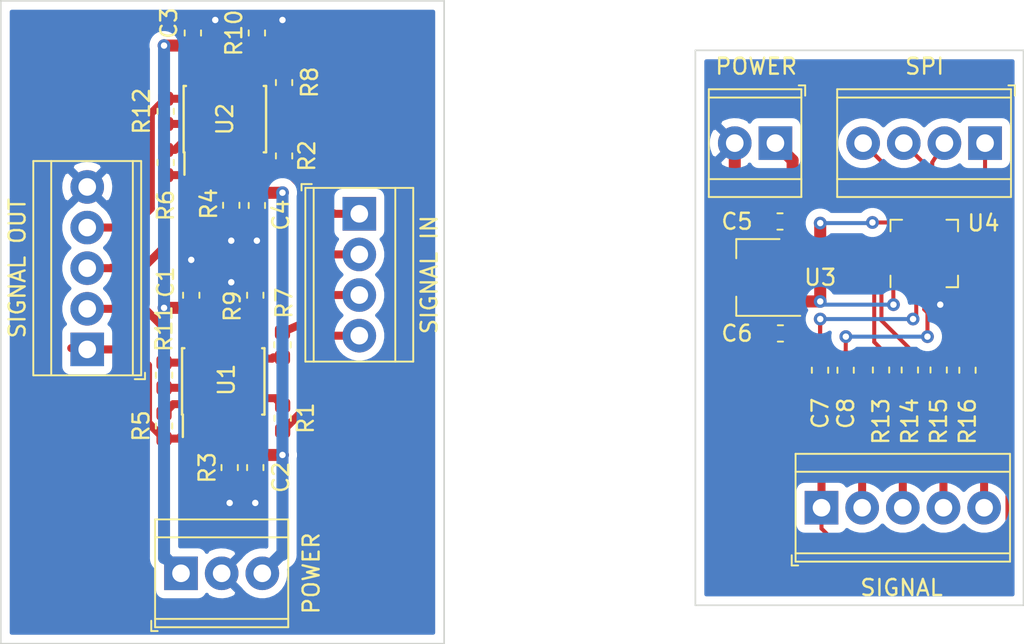
<source format=kicad_pcb>
(kicad_pcb (version 20171130) (host pcbnew "(5.1.2-1)-1")

  (general
    (thickness 1.6)
    (drawings 8)
    (tracks 247)
    (zones 0)
    (modules 34)
    (nets 41)
  )

  (page A4)
  (layers
    (0 F.Cu signal)
    (31 B.Cu signal)
    (32 B.Adhes user)
    (33 F.Adhes user)
    (34 B.Paste user)
    (35 F.Paste user)
    (36 B.SilkS user)
    (37 F.SilkS user)
    (38 B.Mask user)
    (39 F.Mask user)
    (40 Dwgs.User user)
    (41 Cmts.User user)
    (42 Eco1.User user)
    (43 Eco2.User user)
    (44 Edge.Cuts user)
    (45 Margin user)
    (46 B.CrtYd user)
    (47 F.CrtYd user)
    (48 B.Fab user)
    (49 F.Fab user hide)
  )

  (setup
    (last_trace_width 0.25)
    (user_trace_width 0.5)
    (user_trace_width 0.75)
    (trace_clearance 0.2)
    (zone_clearance 0.508)
    (zone_45_only no)
    (trace_min 0.2)
    (via_size 0.8)
    (via_drill 0.4)
    (via_min_size 0.4)
    (via_min_drill 0.3)
    (user_via 0.6 0.3)
    (uvia_size 0.3)
    (uvia_drill 0.1)
    (uvias_allowed no)
    (uvia_min_size 0.2)
    (uvia_min_drill 0.1)
    (edge_width 0.1)
    (segment_width 0.2)
    (pcb_text_width 0.3)
    (pcb_text_size 1.5 1.5)
    (mod_edge_width 0.15)
    (mod_text_size 1 1)
    (mod_text_width 0.15)
    (pad_size 1.524 1.524)
    (pad_drill 0.762)
    (pad_to_mask_clearance 0)
    (aux_axis_origin 0 0)
    (visible_elements FFFFFF7F)
    (pcbplotparams
      (layerselection 0x010fc_ffffffff)
      (usegerberextensions false)
      (usegerberattributes false)
      (usegerberadvancedattributes false)
      (creategerberjobfile false)
      (excludeedgelayer true)
      (linewidth 0.100000)
      (plotframeref false)
      (viasonmask false)
      (mode 1)
      (useauxorigin false)
      (hpglpennumber 1)
      (hpglpenspeed 20)
      (hpglpendiameter 15.000000)
      (psnegative false)
      (psa4output false)
      (plotreference true)
      (plotvalue true)
      (plotinvisibletext false)
      (padsonsilk false)
      (subtractmaskfromsilk false)
      (outputformat 1)
      (mirror false)
      (drillshape 1)
      (scaleselection 1)
      (outputdirectory ""))
  )

  (net 0 "")
  (net 1 GND)
  (net 2 +15V)
  (net 3 -15V)
  (net 4 +5V)
  (net 5 GNDA)
  (net 6 "Net-(C7-Pad1)")
  (net 7 "Net-(C8-Pad1)")
  (net 8 /BUFFER/IN_X1)
  (net 9 /BUFFER/IN_X2)
  (net 10 /BUFFER/IN_Y1)
  (net 11 /BUFFER/IN_Y2)
  (net 12 /BUFFER/OUT_Y2)
  (net 13 /BUFFER/OUT_Y1)
  (net 14 /BUFFER/OUT_X2)
  (net 15 /BUFFER/OUT_X1)
  (net 16 /ADC/Y2)
  (net 17 /ADC/Y1)
  (net 18 /ADC/X2)
  (net 19 /ADC/X1)
  (net 20 /ADC/CNV)
  (net 21 /ADC/SCK)
  (net 22 /ADC/DIN)
  (net 23 /ADC/SDO)
  (net 24 "Net-(R1-Pad1)")
  (net 25 "Net-(R2-Pad1)")
  (net 26 "Net-(R3-Pad1)")
  (net 27 "Net-(R4-Pad1)")
  (net 28 "Net-(R11-Pad2)")
  (net 29 "Net-(R12-Pad2)")
  (net 30 "Net-(R9-Pad1)")
  (net 31 "Net-(R10-Pad1)")
  (net 32 /ADC/IN0)
  (net 33 /ADC/IN1)
  (net 34 /ADC/IN2)
  (net 35 /ADC/IN3)
  (net 36 "Net-(U4-Pad19)")
  (net 37 "Net-(U4-Pad17)")
  (net 38 "Net-(U4-Pad8)")
  (net 39 "Net-(U4-Pad6)")
  (net 40 "Net-(U4-Pad21)")

  (net_class Default "This is the default net class."
    (clearance 0.2)
    (trace_width 0.25)
    (via_dia 0.8)
    (via_drill 0.4)
    (uvia_dia 0.3)
    (uvia_drill 0.1)
    (add_net +15V)
    (add_net +5V)
    (add_net -15V)
    (add_net /ADC/CNV)
    (add_net /ADC/DIN)
    (add_net /ADC/IN0)
    (add_net /ADC/IN1)
    (add_net /ADC/IN2)
    (add_net /ADC/IN3)
    (add_net /ADC/SCK)
    (add_net /ADC/SDO)
    (add_net /ADC/X1)
    (add_net /ADC/X2)
    (add_net /ADC/Y1)
    (add_net /ADC/Y2)
    (add_net /BUFFER/IN_X1)
    (add_net /BUFFER/IN_X2)
    (add_net /BUFFER/IN_Y1)
    (add_net /BUFFER/IN_Y2)
    (add_net /BUFFER/OUT_X1)
    (add_net /BUFFER/OUT_X2)
    (add_net /BUFFER/OUT_Y1)
    (add_net /BUFFER/OUT_Y2)
    (add_net GND)
    (add_net GNDA)
    (add_net "Net-(C7-Pad1)")
    (add_net "Net-(C8-Pad1)")
    (add_net "Net-(R1-Pad1)")
    (add_net "Net-(R10-Pad1)")
    (add_net "Net-(R11-Pad2)")
    (add_net "Net-(R12-Pad2)")
    (add_net "Net-(R2-Pad1)")
    (add_net "Net-(R3-Pad1)")
    (add_net "Net-(R4-Pad1)")
    (add_net "Net-(R9-Pad1)")
    (add_net "Net-(U4-Pad17)")
    (add_net "Net-(U4-Pad19)")
    (add_net "Net-(U4-Pad21)")
    (add_net "Net-(U4-Pad6)")
    (add_net "Net-(U4-Pad8)")
  )

  (module Package_CSP:LFCSP-20-1EP_4x4mm_P0.5mm_EP2.5x2.5mm (layer F.Cu) (tedit 5C18140C) (tstamp 5D8D9ADB)
    (at 108.2 91.5 90)
    (descr "LFCSP, 20 Pin (https://www.analog.com/media/en/technical-documentation/data-sheets/AD7682_7689.pdf), generated with kicad-footprint-generator ipc_dfn_qfn_generator.py")
    (tags "LFCSP DFN_QFN")
    (path /5D601578/5D61AE50)
    (attr smd)
    (fp_text reference U4 (at 1.9 3.7 180) (layer F.SilkS)
      (effects (font (size 1 1) (thickness 0.15)))
    )
    (fp_text value AD7682BCP (at 0 3.3 90) (layer F.Fab)
      (effects (font (size 1 1) (thickness 0.15)))
    )
    (fp_text user %R (at 0 0 90) (layer F.Fab)
      (effects (font (size 1 1) (thickness 0.15)))
    )
    (fp_line (start 2.6 -2.6) (end -2.6 -2.6) (layer F.CrtYd) (width 0.05))
    (fp_line (start 2.6 2.6) (end 2.6 -2.6) (layer F.CrtYd) (width 0.05))
    (fp_line (start -2.6 2.6) (end 2.6 2.6) (layer F.CrtYd) (width 0.05))
    (fp_line (start -2.6 -2.6) (end -2.6 2.6) (layer F.CrtYd) (width 0.05))
    (fp_line (start -2 -1) (end -1 -2) (layer F.Fab) (width 0.1))
    (fp_line (start -2 2) (end -2 -1) (layer F.Fab) (width 0.1))
    (fp_line (start 2 2) (end -2 2) (layer F.Fab) (width 0.1))
    (fp_line (start 2 -2) (end 2 2) (layer F.Fab) (width 0.1))
    (fp_line (start -1 -2) (end 2 -2) (layer F.Fab) (width 0.1))
    (fp_line (start -1.385 -2.11) (end -2.11 -2.11) (layer F.SilkS) (width 0.12))
    (fp_line (start 2.11 2.11) (end 2.11 1.385) (layer F.SilkS) (width 0.12))
    (fp_line (start 1.385 2.11) (end 2.11 2.11) (layer F.SilkS) (width 0.12))
    (fp_line (start -2.11 2.11) (end -2.11 1.385) (layer F.SilkS) (width 0.12))
    (fp_line (start -1.385 2.11) (end -2.11 2.11) (layer F.SilkS) (width 0.12))
    (fp_line (start 2.11 -2.11) (end 2.11 -1.385) (layer F.SilkS) (width 0.12))
    (fp_line (start 1.385 -2.11) (end 2.11 -2.11) (layer F.SilkS) (width 0.12))
    (pad 20 smd roundrect (at -1 -1.9375 90) (size 0.25 0.825) (layers F.Cu F.Paste F.Mask) (roundrect_rratio 0.25)
      (net 4 +5V))
    (pad 19 smd roundrect (at -0.5 -1.9375 90) (size 0.25 0.825) (layers F.Cu F.Paste F.Mask) (roundrect_rratio 0.25)
      (net 36 "Net-(U4-Pad19)"))
    (pad 18 smd roundrect (at 0 -1.9375 90) (size 0.25 0.825) (layers F.Cu F.Paste F.Mask) (roundrect_rratio 0.25)
      (net 33 /ADC/IN1))
    (pad 17 smd roundrect (at 0.5 -1.9375 90) (size 0.25 0.825) (layers F.Cu F.Paste F.Mask) (roundrect_rratio 0.25)
      (net 37 "Net-(U4-Pad17)"))
    (pad 16 smd roundrect (at 1 -1.9375 90) (size 0.25 0.825) (layers F.Cu F.Paste F.Mask) (roundrect_rratio 0.25)
      (net 32 /ADC/IN0))
    (pad 15 smd roundrect (at 1.9375 -1 90) (size 0.825 0.25) (layers F.Cu F.Paste F.Mask) (roundrect_rratio 0.25)
      (net 4 +5V))
    (pad 14 smd roundrect (at 1.9375 -0.5 90) (size 0.825 0.25) (layers F.Cu F.Paste F.Mask) (roundrect_rratio 0.25)
      (net 23 /ADC/SDO))
    (pad 13 smd roundrect (at 1.9375 0 90) (size 0.825 0.25) (layers F.Cu F.Paste F.Mask) (roundrect_rratio 0.25)
      (net 21 /ADC/SCK))
    (pad 12 smd roundrect (at 1.9375 0.5 90) (size 0.825 0.25) (layers F.Cu F.Paste F.Mask) (roundrect_rratio 0.25)
      (net 22 /ADC/DIN))
    (pad 11 smd roundrect (at 1.9375 1 90) (size 0.825 0.25) (layers F.Cu F.Paste F.Mask) (roundrect_rratio 0.25)
      (net 20 /ADC/CNV))
    (pad 10 smd roundrect (at 1 1.9375 90) (size 0.25 0.825) (layers F.Cu F.Paste F.Mask) (roundrect_rratio 0.25)
      (net 5 GNDA))
    (pad 9 smd roundrect (at 0.5 1.9375 90) (size 0.25 0.825) (layers F.Cu F.Paste F.Mask) (roundrect_rratio 0.25)
      (net 35 /ADC/IN3))
    (pad 8 smd roundrect (at 0 1.9375 90) (size 0.25 0.825) (layers F.Cu F.Paste F.Mask) (roundrect_rratio 0.25)
      (net 38 "Net-(U4-Pad8)"))
    (pad 7 smd roundrect (at -0.5 1.9375 90) (size 0.25 0.825) (layers F.Cu F.Paste F.Mask) (roundrect_rratio 0.25)
      (net 34 /ADC/IN2))
    (pad 6 smd roundrect (at -1 1.9375 90) (size 0.25 0.825) (layers F.Cu F.Paste F.Mask) (roundrect_rratio 0.25)
      (net 39 "Net-(U4-Pad6)"))
    (pad 5 smd roundrect (at -1.9375 1 90) (size 0.825 0.25) (layers F.Cu F.Paste F.Mask) (roundrect_rratio 0.25)
      (net 1 GND))
    (pad 4 smd roundrect (at -1.9375 0.5 90) (size 0.825 0.25) (layers F.Cu F.Paste F.Mask) (roundrect_rratio 0.25)
      (net 1 GND))
    (pad 3 smd roundrect (at -1.9375 0 90) (size 0.825 0.25) (layers F.Cu F.Paste F.Mask) (roundrect_rratio 0.25)
      (net 7 "Net-(C8-Pad1)"))
    (pad 2 smd roundrect (at -1.9375 -0.5 90) (size 0.825 0.25) (layers F.Cu F.Paste F.Mask) (roundrect_rratio 0.25)
      (net 6 "Net-(C7-Pad1)"))
    (pad 1 smd roundrect (at -1.9375 -1 90) (size 0.825 0.25) (layers F.Cu F.Paste F.Mask) (roundrect_rratio 0.25)
      (net 4 +5V))
    (pad "" smd roundrect (at 0.625 0.625 90) (size 1.01 1.01) (layers F.Paste) (roundrect_rratio 0.247525))
    (pad "" smd roundrect (at 0.625 -0.625 90) (size 1.01 1.01) (layers F.Paste) (roundrect_rratio 0.247525))
    (pad "" smd roundrect (at -0.625 0.625 90) (size 1.01 1.01) (layers F.Paste) (roundrect_rratio 0.247525))
    (pad "" smd roundrect (at -0.625 -0.625 90) (size 1.01 1.01) (layers F.Paste) (roundrect_rratio 0.247525))
    (pad 21 smd roundrect (at 0 0 90) (size 2.5 2.5) (layers F.Cu F.Mask) (roundrect_rratio 0.1)
      (net 40 "Net-(U4-Pad21)"))
    (model ${KISYS3DMOD}/Package_CSP.3dshapes/LFCSP-20-1EP_4x4mm_P0.5mm_EP2.5x2.5mm.wrl
      (at (xyz 0 0 0))
      (scale (xyz 1 1 1))
      (rotate (xyz 0 0 0))
    )
  )

  (module Package_TO_SOT_SMD:SOT-89-3 (layer F.Cu) (tedit 5A02FF57) (tstamp 5D8CDAEA)
    (at 98.2335 93 180)
    (descr SOT-89-3)
    (tags SOT-89-3)
    (path /5D601578/5D6FBD5D)
    (attr smd)
    (fp_text reference U3 (at -3.4665 0 180) (layer F.SilkS)
      (effects (font (size 1 1) (thickness 0.15)))
    )
    (fp_text value L78L05 (at 0.45 3.25) (layer F.Fab)
      (effects (font (size 1 1) (thickness 0.15)))
    )
    (fp_line (start -2.48 2.55) (end -2.48 -2.55) (layer F.CrtYd) (width 0.05))
    (fp_line (start -2.48 2.55) (end 3.23 2.55) (layer F.CrtYd) (width 0.05))
    (fp_line (start 3.23 -2.55) (end -2.48 -2.55) (layer F.CrtYd) (width 0.05))
    (fp_line (start 3.23 -2.55) (end 3.23 2.55) (layer F.CrtYd) (width 0.05))
    (fp_line (start -0.13 -2.3) (end 1.68 -2.3) (layer F.Fab) (width 0.1))
    (fp_line (start -0.92 2.3) (end -0.92 -1.51) (layer F.Fab) (width 0.1))
    (fp_line (start 1.68 2.3) (end -0.92 2.3) (layer F.Fab) (width 0.1))
    (fp_line (start 1.68 -2.3) (end 1.68 2.3) (layer F.Fab) (width 0.1))
    (fp_line (start -0.92 -1.51) (end -0.13 -2.3) (layer F.Fab) (width 0.1))
    (fp_line (start 1.78 -2.4) (end 1.78 -1.2) (layer F.SilkS) (width 0.12))
    (fp_line (start -2.22 -2.4) (end 1.78 -2.4) (layer F.SilkS) (width 0.12))
    (fp_line (start 1.78 2.4) (end -0.92 2.4) (layer F.SilkS) (width 0.12))
    (fp_line (start 1.78 1.2) (end 1.78 2.4) (layer F.SilkS) (width 0.12))
    (fp_text user %R (at 0.38 0 90) (layer F.Fab)
      (effects (font (size 0.6 0.6) (thickness 0.09)))
    )
    (pad 2 smd trapezoid (at -0.0762 0 270) (size 1.5 1) (rect_delta 0 0.7 ) (layers F.Cu F.Paste F.Mask)
      (net 1 GND))
    (pad 2 smd rect (at 1.3335 0 90) (size 2.2 1.84) (layers F.Cu F.Paste F.Mask)
      (net 1 GND))
    (pad 3 smd rect (at -1.48 1.5 90) (size 1 1.5) (layers F.Cu F.Paste F.Mask)
      (net 2 +15V))
    (pad 2 smd rect (at -1.3335 0 90) (size 1 1.8) (layers F.Cu F.Paste F.Mask)
      (net 1 GND))
    (pad 1 smd rect (at -1.48 -1.5 90) (size 1 1.5) (layers F.Cu F.Paste F.Mask)
      (net 4 +5V))
    (pad 2 smd trapezoid (at 2.667 0 90) (size 1.6 0.85) (rect_delta 0 0.6 ) (layers F.Cu F.Paste F.Mask)
      (net 1 GND))
    (model ${KISYS3DMOD}/Package_TO_SOT_SMD.3dshapes/SOT-89-3.wrl
      (at (xyz 0 0 0))
      (scale (xyz 1 1 1))
      (rotate (xyz 0 0 0))
    )
  )

  (module Package_SO:SOIC-8_3.9x4.9mm_P1.27mm (layer F.Cu) (tedit 5A02F2D3) (tstamp 5D8CEC3A)
    (at 64.5 83.1 90)
    (descr "8-Lead Plastic Small Outline (SN) - Narrow, 3.90 mm Body [SOIC] (see Microchip Packaging Specification http://ww1.microchip.com/downloads/en/PackagingSpec/00000049BQ.pdf)")
    (tags "SOIC 1.27")
    (path /5D61C196/5D68B2F8)
    (attr smd)
    (fp_text reference U2 (at 0 0 90) (layer F.SilkS)
      (effects (font (size 1 1) (thickness 0.15)))
    )
    (fp_text value OPA2197 (at 0 3.5 90) (layer F.Fab)
      (effects (font (size 1 1) (thickness 0.15)))
    )
    (fp_line (start -2.075 -2.525) (end -3.475 -2.525) (layer F.SilkS) (width 0.15))
    (fp_line (start -2.075 2.575) (end 2.075 2.575) (layer F.SilkS) (width 0.15))
    (fp_line (start -2.075 -2.575) (end 2.075 -2.575) (layer F.SilkS) (width 0.15))
    (fp_line (start -2.075 2.575) (end -2.075 2.43) (layer F.SilkS) (width 0.15))
    (fp_line (start 2.075 2.575) (end 2.075 2.43) (layer F.SilkS) (width 0.15))
    (fp_line (start 2.075 -2.575) (end 2.075 -2.43) (layer F.SilkS) (width 0.15))
    (fp_line (start -2.075 -2.575) (end -2.075 -2.525) (layer F.SilkS) (width 0.15))
    (fp_line (start -3.73 2.7) (end 3.73 2.7) (layer F.CrtYd) (width 0.05))
    (fp_line (start -3.73 -2.7) (end 3.73 -2.7) (layer F.CrtYd) (width 0.05))
    (fp_line (start 3.73 -2.7) (end 3.73 2.7) (layer F.CrtYd) (width 0.05))
    (fp_line (start -3.73 -2.7) (end -3.73 2.7) (layer F.CrtYd) (width 0.05))
    (fp_line (start -1.95 -1.45) (end -0.95 -2.45) (layer F.Fab) (width 0.1))
    (fp_line (start -1.95 2.45) (end -1.95 -1.45) (layer F.Fab) (width 0.1))
    (fp_line (start 1.95 2.45) (end -1.95 2.45) (layer F.Fab) (width 0.1))
    (fp_line (start 1.95 -2.45) (end 1.95 2.45) (layer F.Fab) (width 0.1))
    (fp_line (start -0.95 -2.45) (end 1.95 -2.45) (layer F.Fab) (width 0.1))
    (fp_text user %R (at 0 0 90) (layer F.Fab)
      (effects (font (size 1 1) (thickness 0.15)))
    )
    (pad 8 smd rect (at 2.7 -1.905 90) (size 1.55 0.6) (layers F.Cu F.Paste F.Mask)
      (net 2 +15V))
    (pad 7 smd rect (at 2.7 -0.635 90) (size 1.55 0.6) (layers F.Cu F.Paste F.Mask)
      (net 12 /BUFFER/OUT_Y2))
    (pad 6 smd rect (at 2.7 0.635 90) (size 1.55 0.6) (layers F.Cu F.Paste F.Mask)
      (net 29 "Net-(R12-Pad2)"))
    (pad 5 smd rect (at 2.7 1.905 90) (size 1.55 0.6) (layers F.Cu F.Paste F.Mask)
      (net 31 "Net-(R10-Pad1)"))
    (pad 4 smd rect (at -2.7 1.905 90) (size 1.55 0.6) (layers F.Cu F.Paste F.Mask)
      (net 3 -15V))
    (pad 3 smd rect (at -2.7 0.635 90) (size 1.55 0.6) (layers F.Cu F.Paste F.Mask)
      (net 27 "Net-(R4-Pad1)"))
    (pad 2 smd rect (at -2.7 -0.635 90) (size 1.55 0.6) (layers F.Cu F.Paste F.Mask)
      (net 25 "Net-(R2-Pad1)"))
    (pad 1 smd rect (at -2.7 -1.905 90) (size 1.55 0.6) (layers F.Cu F.Paste F.Mask)
      (net 13 /BUFFER/OUT_Y1))
    (model ${KISYS3DMOD}/Package_SO.3dshapes/SOIC-8_3.9x4.9mm_P1.27mm.wrl
      (at (xyz 0 0 0))
      (scale (xyz 1 1 1))
      (rotate (xyz 0 0 0))
    )
  )

  (module Package_SO:SOIC-8_3.9x4.9mm_P1.27mm (layer F.Cu) (tedit 5A02F2D3) (tstamp 5D8CE35C)
    (at 64.4 99.5 90)
    (descr "8-Lead Plastic Small Outline (SN) - Narrow, 3.90 mm Body [SOIC] (see Microchip Packaging Specification http://ww1.microchip.com/downloads/en/PackagingSpec/00000049BQ.pdf)")
    (tags "SOIC 1.27")
    (path /5D61C196/5D62DCD4)
    (attr smd)
    (fp_text reference U1 (at 0.1 0.2 90) (layer F.SilkS)
      (effects (font (size 1 1) (thickness 0.15)))
    )
    (fp_text value OPA2197 (at 0 3.5 90) (layer F.Fab)
      (effects (font (size 1 1) (thickness 0.15)))
    )
    (fp_line (start -2.075 -2.525) (end -3.475 -2.525) (layer F.SilkS) (width 0.15))
    (fp_line (start -2.075 2.575) (end 2.075 2.575) (layer F.SilkS) (width 0.15))
    (fp_line (start -2.075 -2.575) (end 2.075 -2.575) (layer F.SilkS) (width 0.15))
    (fp_line (start -2.075 2.575) (end -2.075 2.43) (layer F.SilkS) (width 0.15))
    (fp_line (start 2.075 2.575) (end 2.075 2.43) (layer F.SilkS) (width 0.15))
    (fp_line (start 2.075 -2.575) (end 2.075 -2.43) (layer F.SilkS) (width 0.15))
    (fp_line (start -2.075 -2.575) (end -2.075 -2.525) (layer F.SilkS) (width 0.15))
    (fp_line (start -3.73 2.7) (end 3.73 2.7) (layer F.CrtYd) (width 0.05))
    (fp_line (start -3.73 -2.7) (end 3.73 -2.7) (layer F.CrtYd) (width 0.05))
    (fp_line (start 3.73 -2.7) (end 3.73 2.7) (layer F.CrtYd) (width 0.05))
    (fp_line (start -3.73 -2.7) (end -3.73 2.7) (layer F.CrtYd) (width 0.05))
    (fp_line (start -1.95 -1.45) (end -0.95 -2.45) (layer F.Fab) (width 0.1))
    (fp_line (start -1.95 2.45) (end -1.95 -1.45) (layer F.Fab) (width 0.1))
    (fp_line (start 1.95 2.45) (end -1.95 2.45) (layer F.Fab) (width 0.1))
    (fp_line (start 1.95 -2.45) (end 1.95 2.45) (layer F.Fab) (width 0.1))
    (fp_line (start -0.95 -2.45) (end 1.95 -2.45) (layer F.Fab) (width 0.1))
    (fp_text user %R (at 0 0 90) (layer F.Fab)
      (effects (font (size 1 1) (thickness 0.15)))
    )
    (pad 8 smd rect (at 2.7 -1.905 90) (size 1.55 0.6) (layers F.Cu F.Paste F.Mask)
      (net 2 +15V))
    (pad 7 smd rect (at 2.7 -0.635 90) (size 1.55 0.6) (layers F.Cu F.Paste F.Mask)
      (net 14 /BUFFER/OUT_X2))
    (pad 6 smd rect (at 2.7 0.635 90) (size 1.55 0.6) (layers F.Cu F.Paste F.Mask)
      (net 28 "Net-(R11-Pad2)"))
    (pad 5 smd rect (at 2.7 1.905 90) (size 1.55 0.6) (layers F.Cu F.Paste F.Mask)
      (net 30 "Net-(R9-Pad1)"))
    (pad 4 smd rect (at -2.7 1.905 90) (size 1.55 0.6) (layers F.Cu F.Paste F.Mask)
      (net 3 -15V))
    (pad 3 smd rect (at -2.7 0.635 90) (size 1.55 0.6) (layers F.Cu F.Paste F.Mask)
      (net 26 "Net-(R3-Pad1)"))
    (pad 2 smd rect (at -2.7 -0.635 90) (size 1.55 0.6) (layers F.Cu F.Paste F.Mask)
      (net 24 "Net-(R1-Pad1)"))
    (pad 1 smd rect (at -2.7 -1.905 90) (size 1.55 0.6) (layers F.Cu F.Paste F.Mask)
      (net 15 /BUFFER/OUT_X1))
    (model ${KISYS3DMOD}/Package_SO.3dshapes/SOIC-8_3.9x4.9mm_P1.27mm.wrl
      (at (xyz 0 0 0))
      (scale (xyz 1 1 1))
      (rotate (xyz 0 0 0))
    )
  )

  (module Resistor_SMD:R_0603_1608Metric (layer F.Cu) (tedit 5B301BBD) (tstamp 5D8D8BD0)
    (at 110.9 98.8 270)
    (descr "Resistor SMD 0603 (1608 Metric), square (rectangular) end terminal, IPC_7351 nominal, (Body size source: http://www.tortai-tech.com/upload/download/2011102023233369053.pdf), generated with kicad-footprint-generator")
    (tags resistor)
    (path /5D601578/5D6417EE)
    (attr smd)
    (fp_text reference R16 (at 3.2 0 90) (layer F.SilkS)
      (effects (font (size 1 1) (thickness 0.15)))
    )
    (fp_text value 100 (at 0 1.43 90) (layer F.Fab)
      (effects (font (size 1 1) (thickness 0.15)))
    )
    (fp_text user %R (at 0 0 90) (layer F.Fab)
      (effects (font (size 0.4 0.4) (thickness 0.06)))
    )
    (fp_line (start 1.48 0.73) (end -1.48 0.73) (layer F.CrtYd) (width 0.05))
    (fp_line (start 1.48 -0.73) (end 1.48 0.73) (layer F.CrtYd) (width 0.05))
    (fp_line (start -1.48 -0.73) (end 1.48 -0.73) (layer F.CrtYd) (width 0.05))
    (fp_line (start -1.48 0.73) (end -1.48 -0.73) (layer F.CrtYd) (width 0.05))
    (fp_line (start -0.162779 0.51) (end 0.162779 0.51) (layer F.SilkS) (width 0.12))
    (fp_line (start -0.162779 -0.51) (end 0.162779 -0.51) (layer F.SilkS) (width 0.12))
    (fp_line (start 0.8 0.4) (end -0.8 0.4) (layer F.Fab) (width 0.1))
    (fp_line (start 0.8 -0.4) (end 0.8 0.4) (layer F.Fab) (width 0.1))
    (fp_line (start -0.8 -0.4) (end 0.8 -0.4) (layer F.Fab) (width 0.1))
    (fp_line (start -0.8 0.4) (end -0.8 -0.4) (layer F.Fab) (width 0.1))
    (pad 2 smd roundrect (at 0.7875 0 270) (size 0.875 0.95) (layers F.Cu F.Paste F.Mask) (roundrect_rratio 0.25)
      (net 16 /ADC/Y2))
    (pad 1 smd roundrect (at -0.7875 0 270) (size 0.875 0.95) (layers F.Cu F.Paste F.Mask) (roundrect_rratio 0.25)
      (net 35 /ADC/IN3))
    (model ${KISYS3DMOD}/Resistor_SMD.3dshapes/R_0603_1608Metric.wrl
      (at (xyz 0 0 0))
      (scale (xyz 1 1 1))
      (rotate (xyz 0 0 0))
    )
  )

  (module Resistor_SMD:R_0603_1608Metric (layer F.Cu) (tedit 5B301BBD) (tstamp 5D8D8C00)
    (at 109.1 98.7875 270)
    (descr "Resistor SMD 0603 (1608 Metric), square (rectangular) end terminal, IPC_7351 nominal, (Body size source: http://www.tortai-tech.com/upload/download/2011102023233369053.pdf), generated with kicad-footprint-generator")
    (tags resistor)
    (path /5D601578/5D6415C2)
    (attr smd)
    (fp_text reference R15 (at 3.2125 0 90) (layer F.SilkS)
      (effects (font (size 1 1) (thickness 0.15)))
    )
    (fp_text value 100 (at 0 1.43 90) (layer F.Fab)
      (effects (font (size 1 1) (thickness 0.15)))
    )
    (fp_text user %R (at 0 0 90) (layer F.Fab)
      (effects (font (size 0.4 0.4) (thickness 0.06)))
    )
    (fp_line (start 1.48 0.73) (end -1.48 0.73) (layer F.CrtYd) (width 0.05))
    (fp_line (start 1.48 -0.73) (end 1.48 0.73) (layer F.CrtYd) (width 0.05))
    (fp_line (start -1.48 -0.73) (end 1.48 -0.73) (layer F.CrtYd) (width 0.05))
    (fp_line (start -1.48 0.73) (end -1.48 -0.73) (layer F.CrtYd) (width 0.05))
    (fp_line (start -0.162779 0.51) (end 0.162779 0.51) (layer F.SilkS) (width 0.12))
    (fp_line (start -0.162779 -0.51) (end 0.162779 -0.51) (layer F.SilkS) (width 0.12))
    (fp_line (start 0.8 0.4) (end -0.8 0.4) (layer F.Fab) (width 0.1))
    (fp_line (start 0.8 -0.4) (end 0.8 0.4) (layer F.Fab) (width 0.1))
    (fp_line (start -0.8 -0.4) (end 0.8 -0.4) (layer F.Fab) (width 0.1))
    (fp_line (start -0.8 0.4) (end -0.8 -0.4) (layer F.Fab) (width 0.1))
    (pad 2 smd roundrect (at 0.7875 0 270) (size 0.875 0.95) (layers F.Cu F.Paste F.Mask) (roundrect_rratio 0.25)
      (net 17 /ADC/Y1))
    (pad 1 smd roundrect (at -0.7875 0 270) (size 0.875 0.95) (layers F.Cu F.Paste F.Mask) (roundrect_rratio 0.25)
      (net 34 /ADC/IN2))
    (model ${KISYS3DMOD}/Resistor_SMD.3dshapes/R_0603_1608Metric.wrl
      (at (xyz 0 0 0))
      (scale (xyz 1 1 1))
      (rotate (xyz 0 0 0))
    )
  )

  (module Resistor_SMD:R_0603_1608Metric (layer F.Cu) (tedit 5B301BBD) (tstamp 5D8D8C30)
    (at 107.3 98.7875 270)
    (descr "Resistor SMD 0603 (1608 Metric), square (rectangular) end terminal, IPC_7351 nominal, (Body size source: http://www.tortai-tech.com/upload/download/2011102023233369053.pdf), generated with kicad-footprint-generator")
    (tags resistor)
    (path /5D601578/5D641270)
    (attr smd)
    (fp_text reference R14 (at 3.2125 0 90) (layer F.SilkS)
      (effects (font (size 1 1) (thickness 0.15)))
    )
    (fp_text value 100 (at 0 1.43 90) (layer F.Fab)
      (effects (font (size 1 1) (thickness 0.15)))
    )
    (fp_text user %R (at 0 0 90) (layer F.Fab)
      (effects (font (size 0.4 0.4) (thickness 0.06)))
    )
    (fp_line (start 1.48 0.73) (end -1.48 0.73) (layer F.CrtYd) (width 0.05))
    (fp_line (start 1.48 -0.73) (end 1.48 0.73) (layer F.CrtYd) (width 0.05))
    (fp_line (start -1.48 -0.73) (end 1.48 -0.73) (layer F.CrtYd) (width 0.05))
    (fp_line (start -1.48 0.73) (end -1.48 -0.73) (layer F.CrtYd) (width 0.05))
    (fp_line (start -0.162779 0.51) (end 0.162779 0.51) (layer F.SilkS) (width 0.12))
    (fp_line (start -0.162779 -0.51) (end 0.162779 -0.51) (layer F.SilkS) (width 0.12))
    (fp_line (start 0.8 0.4) (end -0.8 0.4) (layer F.Fab) (width 0.1))
    (fp_line (start 0.8 -0.4) (end 0.8 0.4) (layer F.Fab) (width 0.1))
    (fp_line (start -0.8 -0.4) (end 0.8 -0.4) (layer F.Fab) (width 0.1))
    (fp_line (start -0.8 0.4) (end -0.8 -0.4) (layer F.Fab) (width 0.1))
    (pad 2 smd roundrect (at 0.7875 0 270) (size 0.875 0.95) (layers F.Cu F.Paste F.Mask) (roundrect_rratio 0.25)
      (net 18 /ADC/X2))
    (pad 1 smd roundrect (at -0.7875 0 270) (size 0.875 0.95) (layers F.Cu F.Paste F.Mask) (roundrect_rratio 0.25)
      (net 33 /ADC/IN1))
    (model ${KISYS3DMOD}/Resistor_SMD.3dshapes/R_0603_1608Metric.wrl
      (at (xyz 0 0 0))
      (scale (xyz 1 1 1))
      (rotate (xyz 0 0 0))
    )
  )

  (module Resistor_SMD:R_0603_1608Metric (layer F.Cu) (tedit 5B301BBD) (tstamp 5D8D8C60)
    (at 105.5 98.7875 270)
    (descr "Resistor SMD 0603 (1608 Metric), square (rectangular) end terminal, IPC_7351 nominal, (Body size source: http://www.tortai-tech.com/upload/download/2011102023233369053.pdf), generated with kicad-footprint-generator")
    (tags resistor)
    (path /5D601578/5D640C63)
    (attr smd)
    (fp_text reference R13 (at 3.2125 0 90) (layer F.SilkS)
      (effects (font (size 1 1) (thickness 0.15)))
    )
    (fp_text value 100 (at 0 1.43 90) (layer F.Fab)
      (effects (font (size 1 1) (thickness 0.15)))
    )
    (fp_text user %R (at 0 0 90) (layer F.Fab)
      (effects (font (size 0.4 0.4) (thickness 0.06)))
    )
    (fp_line (start 1.48 0.73) (end -1.48 0.73) (layer F.CrtYd) (width 0.05))
    (fp_line (start 1.48 -0.73) (end 1.48 0.73) (layer F.CrtYd) (width 0.05))
    (fp_line (start -1.48 -0.73) (end 1.48 -0.73) (layer F.CrtYd) (width 0.05))
    (fp_line (start -1.48 0.73) (end -1.48 -0.73) (layer F.CrtYd) (width 0.05))
    (fp_line (start -0.162779 0.51) (end 0.162779 0.51) (layer F.SilkS) (width 0.12))
    (fp_line (start -0.162779 -0.51) (end 0.162779 -0.51) (layer F.SilkS) (width 0.12))
    (fp_line (start 0.8 0.4) (end -0.8 0.4) (layer F.Fab) (width 0.1))
    (fp_line (start 0.8 -0.4) (end 0.8 0.4) (layer F.Fab) (width 0.1))
    (fp_line (start -0.8 -0.4) (end 0.8 -0.4) (layer F.Fab) (width 0.1))
    (fp_line (start -0.8 0.4) (end -0.8 -0.4) (layer F.Fab) (width 0.1))
    (pad 2 smd roundrect (at 0.7875 0 270) (size 0.875 0.95) (layers F.Cu F.Paste F.Mask) (roundrect_rratio 0.25)
      (net 19 /ADC/X1))
    (pad 1 smd roundrect (at -0.7875 0 270) (size 0.875 0.95) (layers F.Cu F.Paste F.Mask) (roundrect_rratio 0.25)
      (net 32 /ADC/IN0))
    (model ${KISYS3DMOD}/Resistor_SMD.3dshapes/R_0603_1608Metric.wrl
      (at (xyz 0 0 0))
      (scale (xyz 1 1 1))
      (rotate (xyz 0 0 0))
    )
  )

  (module Resistor_SMD:R_0603_1608Metric (layer F.Cu) (tedit 5B301BBD) (tstamp 5D8CED0D)
    (at 60.8 82.6125 270)
    (descr "Resistor SMD 0603 (1608 Metric), square (rectangular) end terminal, IPC_7351 nominal, (Body size source: http://www.tortai-tech.com/upload/download/2011102023233369053.pdf), generated with kicad-footprint-generator")
    (tags resistor)
    (path /5D61C196/5DA024A5)
    (attr smd)
    (fp_text reference R12 (at -0.0125 1.5 90) (layer F.SilkS)
      (effects (font (size 1 1) (thickness 0.15)))
    )
    (fp_text value 1k (at 0 1.43 90) (layer F.Fab)
      (effects (font (size 1 1) (thickness 0.15)))
    )
    (fp_text user %R (at 0 0 90) (layer F.Fab)
      (effects (font (size 0.4 0.4) (thickness 0.06)))
    )
    (fp_line (start 1.48 0.73) (end -1.48 0.73) (layer F.CrtYd) (width 0.05))
    (fp_line (start 1.48 -0.73) (end 1.48 0.73) (layer F.CrtYd) (width 0.05))
    (fp_line (start -1.48 -0.73) (end 1.48 -0.73) (layer F.CrtYd) (width 0.05))
    (fp_line (start -1.48 0.73) (end -1.48 -0.73) (layer F.CrtYd) (width 0.05))
    (fp_line (start -0.162779 0.51) (end 0.162779 0.51) (layer F.SilkS) (width 0.12))
    (fp_line (start -0.162779 -0.51) (end 0.162779 -0.51) (layer F.SilkS) (width 0.12))
    (fp_line (start 0.8 0.4) (end -0.8 0.4) (layer F.Fab) (width 0.1))
    (fp_line (start 0.8 -0.4) (end 0.8 0.4) (layer F.Fab) (width 0.1))
    (fp_line (start -0.8 -0.4) (end 0.8 -0.4) (layer F.Fab) (width 0.1))
    (fp_line (start -0.8 0.4) (end -0.8 -0.4) (layer F.Fab) (width 0.1))
    (pad 2 smd roundrect (at 0.7875 0 270) (size 0.875 0.95) (layers F.Cu F.Paste F.Mask) (roundrect_rratio 0.25)
      (net 29 "Net-(R12-Pad2)"))
    (pad 1 smd roundrect (at -0.7875 0 270) (size 0.875 0.95) (layers F.Cu F.Paste F.Mask) (roundrect_rratio 0.25)
      (net 12 /BUFFER/OUT_Y2))
    (model ${KISYS3DMOD}/Resistor_SMD.3dshapes/R_0603_1608Metric.wrl
      (at (xyz 0 0 0))
      (scale (xyz 1 1 1))
      (rotate (xyz 0 0 0))
    )
  )

  (module Resistor_SMD:R_0603_1608Metric (layer F.Cu) (tedit 5B301BBD) (tstamp 5D8CE524)
    (at 60.7 99.1125 270)
    (descr "Resistor SMD 0603 (1608 Metric), square (rectangular) end terminal, IPC_7351 nominal, (Body size source: http://www.tortai-tech.com/upload/download/2011102023233369053.pdf), generated with kicad-footprint-generator")
    (tags resistor)
    (path /5D61C196/5D9E0AB6)
    (attr smd)
    (fp_text reference R11 (at -2.9125 0 90) (layer F.SilkS)
      (effects (font (size 1 1) (thickness 0.15)))
    )
    (fp_text value 1k (at 0 1.43 90) (layer F.Fab)
      (effects (font (size 1 1) (thickness 0.15)))
    )
    (fp_text user %R (at 0 0 90) (layer F.Fab)
      (effects (font (size 0.4 0.4) (thickness 0.06)))
    )
    (fp_line (start 1.48 0.73) (end -1.48 0.73) (layer F.CrtYd) (width 0.05))
    (fp_line (start 1.48 -0.73) (end 1.48 0.73) (layer F.CrtYd) (width 0.05))
    (fp_line (start -1.48 -0.73) (end 1.48 -0.73) (layer F.CrtYd) (width 0.05))
    (fp_line (start -1.48 0.73) (end -1.48 -0.73) (layer F.CrtYd) (width 0.05))
    (fp_line (start -0.162779 0.51) (end 0.162779 0.51) (layer F.SilkS) (width 0.12))
    (fp_line (start -0.162779 -0.51) (end 0.162779 -0.51) (layer F.SilkS) (width 0.12))
    (fp_line (start 0.8 0.4) (end -0.8 0.4) (layer F.Fab) (width 0.1))
    (fp_line (start 0.8 -0.4) (end 0.8 0.4) (layer F.Fab) (width 0.1))
    (fp_line (start -0.8 -0.4) (end 0.8 -0.4) (layer F.Fab) (width 0.1))
    (fp_line (start -0.8 0.4) (end -0.8 -0.4) (layer F.Fab) (width 0.1))
    (pad 2 smd roundrect (at 0.7875 0 270) (size 0.875 0.95) (layers F.Cu F.Paste F.Mask) (roundrect_rratio 0.25)
      (net 28 "Net-(R11-Pad2)"))
    (pad 1 smd roundrect (at -0.7875 0 270) (size 0.875 0.95) (layers F.Cu F.Paste F.Mask) (roundrect_rratio 0.25)
      (net 14 /BUFFER/OUT_X2))
    (model ${KISYS3DMOD}/Resistor_SMD.3dshapes/R_0603_1608Metric.wrl
      (at (xyz 0 0 0))
      (scale (xyz 1 1 1))
      (rotate (xyz 0 0 0))
    )
  )

  (module Resistor_SMD:R_0603_1608Metric (layer F.Cu) (tedit 5B301BBD) (tstamp 5D8CE554)
    (at 66.5 77.7125 90)
    (descr "Resistor SMD 0603 (1608 Metric), square (rectangular) end terminal, IPC_7351 nominal, (Body size source: http://www.tortai-tech.com/upload/download/2011102023233369053.pdf), generated with kicad-footprint-generator")
    (tags resistor)
    (path /5D61C196/5DA024B1)
    (attr smd)
    (fp_text reference R10 (at 0 -1.43 90) (layer F.SilkS)
      (effects (font (size 1 1) (thickness 0.15)))
    )
    (fp_text value 3k (at 0 1.43 90) (layer F.Fab)
      (effects (font (size 1 1) (thickness 0.15)))
    )
    (fp_text user %R (at 0 0 90) (layer F.Fab)
      (effects (font (size 0.4 0.4) (thickness 0.06)))
    )
    (fp_line (start 1.48 0.73) (end -1.48 0.73) (layer F.CrtYd) (width 0.05))
    (fp_line (start 1.48 -0.73) (end 1.48 0.73) (layer F.CrtYd) (width 0.05))
    (fp_line (start -1.48 -0.73) (end 1.48 -0.73) (layer F.CrtYd) (width 0.05))
    (fp_line (start -1.48 0.73) (end -1.48 -0.73) (layer F.CrtYd) (width 0.05))
    (fp_line (start -0.162779 0.51) (end 0.162779 0.51) (layer F.SilkS) (width 0.12))
    (fp_line (start -0.162779 -0.51) (end 0.162779 -0.51) (layer F.SilkS) (width 0.12))
    (fp_line (start 0.8 0.4) (end -0.8 0.4) (layer F.Fab) (width 0.1))
    (fp_line (start 0.8 -0.4) (end 0.8 0.4) (layer F.Fab) (width 0.1))
    (fp_line (start -0.8 -0.4) (end 0.8 -0.4) (layer F.Fab) (width 0.1))
    (fp_line (start -0.8 0.4) (end -0.8 -0.4) (layer F.Fab) (width 0.1))
    (pad 2 smd roundrect (at 0.7875 0 90) (size 0.875 0.95) (layers F.Cu F.Paste F.Mask) (roundrect_rratio 0.25)
      (net 1 GND))
    (pad 1 smd roundrect (at -0.7875 0 90) (size 0.875 0.95) (layers F.Cu F.Paste F.Mask) (roundrect_rratio 0.25)
      (net 31 "Net-(R10-Pad1)"))
    (model ${KISYS3DMOD}/Resistor_SMD.3dshapes/R_0603_1608Metric.wrl
      (at (xyz 0 0 0))
      (scale (xyz 1 1 1))
      (rotate (xyz 0 0 0))
    )
  )

  (module Resistor_SMD:R_0603_1608Metric (layer F.Cu) (tedit 5B301BBD) (tstamp 5D8CE584)
    (at 66.4 94.1125 90)
    (descr "Resistor SMD 0603 (1608 Metric), square (rectangular) end terminal, IPC_7351 nominal, (Body size source: http://www.tortai-tech.com/upload/download/2011102023233369053.pdf), generated with kicad-footprint-generator")
    (tags resistor)
    (path /5D61C196/5D9E0AC3)
    (attr smd)
    (fp_text reference R9 (at -0.6875 -1.43 90) (layer F.SilkS)
      (effects (font (size 1 1) (thickness 0.15)))
    )
    (fp_text value 3k (at 0 1.43 90) (layer F.Fab)
      (effects (font (size 1 1) (thickness 0.15)))
    )
    (fp_text user %R (at 0 0 90) (layer F.Fab)
      (effects (font (size 0.4 0.4) (thickness 0.06)))
    )
    (fp_line (start 1.48 0.73) (end -1.48 0.73) (layer F.CrtYd) (width 0.05))
    (fp_line (start 1.48 -0.73) (end 1.48 0.73) (layer F.CrtYd) (width 0.05))
    (fp_line (start -1.48 -0.73) (end 1.48 -0.73) (layer F.CrtYd) (width 0.05))
    (fp_line (start -1.48 0.73) (end -1.48 -0.73) (layer F.CrtYd) (width 0.05))
    (fp_line (start -0.162779 0.51) (end 0.162779 0.51) (layer F.SilkS) (width 0.12))
    (fp_line (start -0.162779 -0.51) (end 0.162779 -0.51) (layer F.SilkS) (width 0.12))
    (fp_line (start 0.8 0.4) (end -0.8 0.4) (layer F.Fab) (width 0.1))
    (fp_line (start 0.8 -0.4) (end 0.8 0.4) (layer F.Fab) (width 0.1))
    (fp_line (start -0.8 -0.4) (end 0.8 -0.4) (layer F.Fab) (width 0.1))
    (fp_line (start -0.8 0.4) (end -0.8 -0.4) (layer F.Fab) (width 0.1))
    (pad 2 smd roundrect (at 0.7875 0 90) (size 0.875 0.95) (layers F.Cu F.Paste F.Mask) (roundrect_rratio 0.25)
      (net 1 GND))
    (pad 1 smd roundrect (at -0.7875 0 90) (size 0.875 0.95) (layers F.Cu F.Paste F.Mask) (roundrect_rratio 0.25)
      (net 30 "Net-(R9-Pad1)"))
    (model ${KISYS3DMOD}/Resistor_SMD.3dshapes/R_0603_1608Metric.wrl
      (at (xyz 0 0 0))
      (scale (xyz 1 1 1))
      (rotate (xyz 0 0 0))
    )
  )

  (module Resistor_SMD:R_0603_1608Metric (layer F.Cu) (tedit 5B301BBD) (tstamp 5D8CE5B4)
    (at 68.2 80.8125 90)
    (descr "Resistor SMD 0603 (1608 Metric), square (rectangular) end terminal, IPC_7351 nominal, (Body size source: http://www.tortai-tech.com/upload/download/2011102023233369053.pdf), generated with kicad-footprint-generator")
    (tags resistor)
    (path /5D61C196/5DA024BE)
    (attr smd)
    (fp_text reference R8 (at 0.0125 1.6 90) (layer F.SilkS)
      (effects (font (size 1 1) (thickness 0.15)))
    )
    (fp_text value 3k (at 0 1.43 90) (layer F.Fab)
      (effects (font (size 1 1) (thickness 0.15)))
    )
    (fp_text user %R (at 0 0 90) (layer F.Fab)
      (effects (font (size 0.4 0.4) (thickness 0.06)))
    )
    (fp_line (start 1.48 0.73) (end -1.48 0.73) (layer F.CrtYd) (width 0.05))
    (fp_line (start 1.48 -0.73) (end 1.48 0.73) (layer F.CrtYd) (width 0.05))
    (fp_line (start -1.48 -0.73) (end 1.48 -0.73) (layer F.CrtYd) (width 0.05))
    (fp_line (start -1.48 0.73) (end -1.48 -0.73) (layer F.CrtYd) (width 0.05))
    (fp_line (start -0.162779 0.51) (end 0.162779 0.51) (layer F.SilkS) (width 0.12))
    (fp_line (start -0.162779 -0.51) (end 0.162779 -0.51) (layer F.SilkS) (width 0.12))
    (fp_line (start 0.8 0.4) (end -0.8 0.4) (layer F.Fab) (width 0.1))
    (fp_line (start 0.8 -0.4) (end 0.8 0.4) (layer F.Fab) (width 0.1))
    (fp_line (start -0.8 -0.4) (end 0.8 -0.4) (layer F.Fab) (width 0.1))
    (fp_line (start -0.8 0.4) (end -0.8 -0.4) (layer F.Fab) (width 0.1))
    (pad 2 smd roundrect (at 0.7875 0 90) (size 0.875 0.95) (layers F.Cu F.Paste F.Mask) (roundrect_rratio 0.25)
      (net 11 /BUFFER/IN_Y2))
    (pad 1 smd roundrect (at -0.7875 0 90) (size 0.875 0.95) (layers F.Cu F.Paste F.Mask) (roundrect_rratio 0.25)
      (net 29 "Net-(R12-Pad2)"))
    (model ${KISYS3DMOD}/Resistor_SMD.3dshapes/R_0603_1608Metric.wrl
      (at (xyz 0 0 0))
      (scale (xyz 1 1 1))
      (rotate (xyz 0 0 0))
    )
  )

  (module Resistor_SMD:R_0603_1608Metric (layer F.Cu) (tedit 5B301BBD) (tstamp 5D8CE5E4)
    (at 68.1 97.2125 90)
    (descr "Resistor SMD 0603 (1608 Metric), square (rectangular) end terminal, IPC_7351 nominal, (Body size source: http://www.tortai-tech.com/upload/download/2011102023233369053.pdf), generated with kicad-footprint-generator")
    (tags resistor)
    (path /5D61C196/5D9E0AD0)
    (attr smd)
    (fp_text reference R7 (at 2.6125 0.1 90) (layer F.SilkS)
      (effects (font (size 1 1) (thickness 0.15)))
    )
    (fp_text value 3k (at 0 1.43 90) (layer F.Fab)
      (effects (font (size 1 1) (thickness 0.15)))
    )
    (fp_text user %R (at 0 0 90) (layer F.Fab)
      (effects (font (size 0.4 0.4) (thickness 0.06)))
    )
    (fp_line (start 1.48 0.73) (end -1.48 0.73) (layer F.CrtYd) (width 0.05))
    (fp_line (start 1.48 -0.73) (end 1.48 0.73) (layer F.CrtYd) (width 0.05))
    (fp_line (start -1.48 -0.73) (end 1.48 -0.73) (layer F.CrtYd) (width 0.05))
    (fp_line (start -1.48 0.73) (end -1.48 -0.73) (layer F.CrtYd) (width 0.05))
    (fp_line (start -0.162779 0.51) (end 0.162779 0.51) (layer F.SilkS) (width 0.12))
    (fp_line (start -0.162779 -0.51) (end 0.162779 -0.51) (layer F.SilkS) (width 0.12))
    (fp_line (start 0.8 0.4) (end -0.8 0.4) (layer F.Fab) (width 0.1))
    (fp_line (start 0.8 -0.4) (end 0.8 0.4) (layer F.Fab) (width 0.1))
    (fp_line (start -0.8 -0.4) (end 0.8 -0.4) (layer F.Fab) (width 0.1))
    (fp_line (start -0.8 0.4) (end -0.8 -0.4) (layer F.Fab) (width 0.1))
    (pad 2 smd roundrect (at 0.7875 0 90) (size 0.875 0.95) (layers F.Cu F.Paste F.Mask) (roundrect_rratio 0.25)
      (net 9 /BUFFER/IN_X2))
    (pad 1 smd roundrect (at -0.7875 0 90) (size 0.875 0.95) (layers F.Cu F.Paste F.Mask) (roundrect_rratio 0.25)
      (net 28 "Net-(R11-Pad2)"))
    (model ${KISYS3DMOD}/Resistor_SMD.3dshapes/R_0603_1608Metric.wrl
      (at (xyz 0 0 0))
      (scale (xyz 1 1 1))
      (rotate (xyz 0 0 0))
    )
  )

  (module Resistor_SMD:R_0603_1608Metric (layer F.Cu) (tedit 5B301BBD) (tstamp 5D8CE614)
    (at 60.8 85.8125 90)
    (descr "Resistor SMD 0603 (1608 Metric), square (rectangular) end terminal, IPC_7351 nominal, (Body size source: http://www.tortai-tech.com/upload/download/2011102023233369053.pdf), generated with kicad-footprint-generator")
    (tags resistor)
    (path /5D61C196/5DA02450)
    (attr smd)
    (fp_text reference R6 (at -2.6875 0 90) (layer F.SilkS)
      (effects (font (size 1 1) (thickness 0.15)))
    )
    (fp_text value 1k (at 0 1.43 90) (layer F.Fab)
      (effects (font (size 1 1) (thickness 0.15)))
    )
    (fp_text user %R (at 0 0 90) (layer F.Fab)
      (effects (font (size 0.4 0.4) (thickness 0.06)))
    )
    (fp_line (start 1.48 0.73) (end -1.48 0.73) (layer F.CrtYd) (width 0.05))
    (fp_line (start 1.48 -0.73) (end 1.48 0.73) (layer F.CrtYd) (width 0.05))
    (fp_line (start -1.48 -0.73) (end 1.48 -0.73) (layer F.CrtYd) (width 0.05))
    (fp_line (start -1.48 0.73) (end -1.48 -0.73) (layer F.CrtYd) (width 0.05))
    (fp_line (start -0.162779 0.51) (end 0.162779 0.51) (layer F.SilkS) (width 0.12))
    (fp_line (start -0.162779 -0.51) (end 0.162779 -0.51) (layer F.SilkS) (width 0.12))
    (fp_line (start 0.8 0.4) (end -0.8 0.4) (layer F.Fab) (width 0.1))
    (fp_line (start 0.8 -0.4) (end 0.8 0.4) (layer F.Fab) (width 0.1))
    (fp_line (start -0.8 -0.4) (end 0.8 -0.4) (layer F.Fab) (width 0.1))
    (fp_line (start -0.8 0.4) (end -0.8 -0.4) (layer F.Fab) (width 0.1))
    (pad 2 smd roundrect (at 0.7875 0 90) (size 0.875 0.95) (layers F.Cu F.Paste F.Mask) (roundrect_rratio 0.25)
      (net 25 "Net-(R2-Pad1)"))
    (pad 1 smd roundrect (at -0.7875 0 90) (size 0.875 0.95) (layers F.Cu F.Paste F.Mask) (roundrect_rratio 0.25)
      (net 13 /BUFFER/OUT_Y1))
    (model ${KISYS3DMOD}/Resistor_SMD.3dshapes/R_0603_1608Metric.wrl
      (at (xyz 0 0 0))
      (scale (xyz 1 1 1))
      (rotate (xyz 0 0 0))
    )
  )

  (module Resistor_SMD:R_0603_1608Metric (layer F.Cu) (tedit 5B301BBD) (tstamp 5D8CEB42)
    (at 60.7 102.2875 90)
    (descr "Resistor SMD 0603 (1608 Metric), square (rectangular) end terminal, IPC_7351 nominal, (Body size source: http://www.tortai-tech.com/upload/download/2011102023233369053.pdf), generated with kicad-footprint-generator")
    (tags resistor)
    (path /5D61C196/5D63A57A)
    (attr smd)
    (fp_text reference R5 (at 0 -1.43 90) (layer F.SilkS)
      (effects (font (size 1 1) (thickness 0.15)))
    )
    (fp_text value 1k (at 0 1.43 90) (layer F.Fab)
      (effects (font (size 1 1) (thickness 0.15)))
    )
    (fp_text user %R (at 0 0 90) (layer F.Fab)
      (effects (font (size 0.4 0.4) (thickness 0.06)))
    )
    (fp_line (start 1.48 0.73) (end -1.48 0.73) (layer F.CrtYd) (width 0.05))
    (fp_line (start 1.48 -0.73) (end 1.48 0.73) (layer F.CrtYd) (width 0.05))
    (fp_line (start -1.48 -0.73) (end 1.48 -0.73) (layer F.CrtYd) (width 0.05))
    (fp_line (start -1.48 0.73) (end -1.48 -0.73) (layer F.CrtYd) (width 0.05))
    (fp_line (start -0.162779 0.51) (end 0.162779 0.51) (layer F.SilkS) (width 0.12))
    (fp_line (start -0.162779 -0.51) (end 0.162779 -0.51) (layer F.SilkS) (width 0.12))
    (fp_line (start 0.8 0.4) (end -0.8 0.4) (layer F.Fab) (width 0.1))
    (fp_line (start 0.8 -0.4) (end 0.8 0.4) (layer F.Fab) (width 0.1))
    (fp_line (start -0.8 -0.4) (end 0.8 -0.4) (layer F.Fab) (width 0.1))
    (fp_line (start -0.8 0.4) (end -0.8 -0.4) (layer F.Fab) (width 0.1))
    (pad 2 smd roundrect (at 0.7875 0 90) (size 0.875 0.95) (layers F.Cu F.Paste F.Mask) (roundrect_rratio 0.25)
      (net 24 "Net-(R1-Pad1)"))
    (pad 1 smd roundrect (at -0.7875 0 90) (size 0.875 0.95) (layers F.Cu F.Paste F.Mask) (roundrect_rratio 0.25)
      (net 15 /BUFFER/OUT_X1))
    (model ${KISYS3DMOD}/Resistor_SMD.3dshapes/R_0603_1608Metric.wrl
      (at (xyz 0 0 0))
      (scale (xyz 1 1 1))
      (rotate (xyz 0 0 0))
    )
  )

  (module Resistor_SMD:R_0603_1608Metric (layer F.Cu) (tedit 5B301BBD) (tstamp 5D8CE674)
    (at 64.9 88.4875 270)
    (descr "Resistor SMD 0603 (1608 Metric), square (rectangular) end terminal, IPC_7351 nominal, (Body size source: http://www.tortai-tech.com/upload/download/2011102023233369053.pdf), generated with kicad-footprint-generator")
    (tags resistor)
    (path /5D61C196/5DA02470)
    (attr smd)
    (fp_text reference R4 (at -0.0875 1.4 90) (layer F.SilkS)
      (effects (font (size 1 1) (thickness 0.15)))
    )
    (fp_text value 3k (at 0 1.43 90) (layer F.Fab)
      (effects (font (size 1 1) (thickness 0.15)))
    )
    (fp_text user %R (at 0 0 90) (layer F.Fab)
      (effects (font (size 0.4 0.4) (thickness 0.06)))
    )
    (fp_line (start 1.48 0.73) (end -1.48 0.73) (layer F.CrtYd) (width 0.05))
    (fp_line (start 1.48 -0.73) (end 1.48 0.73) (layer F.CrtYd) (width 0.05))
    (fp_line (start -1.48 -0.73) (end 1.48 -0.73) (layer F.CrtYd) (width 0.05))
    (fp_line (start -1.48 0.73) (end -1.48 -0.73) (layer F.CrtYd) (width 0.05))
    (fp_line (start -0.162779 0.51) (end 0.162779 0.51) (layer F.SilkS) (width 0.12))
    (fp_line (start -0.162779 -0.51) (end 0.162779 -0.51) (layer F.SilkS) (width 0.12))
    (fp_line (start 0.8 0.4) (end -0.8 0.4) (layer F.Fab) (width 0.1))
    (fp_line (start 0.8 -0.4) (end 0.8 0.4) (layer F.Fab) (width 0.1))
    (fp_line (start -0.8 -0.4) (end 0.8 -0.4) (layer F.Fab) (width 0.1))
    (fp_line (start -0.8 0.4) (end -0.8 -0.4) (layer F.Fab) (width 0.1))
    (pad 2 smd roundrect (at 0.7875 0 270) (size 0.875 0.95) (layers F.Cu F.Paste F.Mask) (roundrect_rratio 0.25)
      (net 1 GND))
    (pad 1 smd roundrect (at -0.7875 0 270) (size 0.875 0.95) (layers F.Cu F.Paste F.Mask) (roundrect_rratio 0.25)
      (net 27 "Net-(R4-Pad1)"))
    (model ${KISYS3DMOD}/Resistor_SMD.3dshapes/R_0603_1608Metric.wrl
      (at (xyz 0 0 0))
      (scale (xyz 1 1 1))
      (rotate (xyz 0 0 0))
    )
  )

  (module Resistor_SMD:R_0603_1608Metric (layer F.Cu) (tedit 5B301BBD) (tstamp 5D8CE6A4)
    (at 64.8 104.8875 270)
    (descr "Resistor SMD 0603 (1608 Metric), square (rectangular) end terminal, IPC_7351 nominal, (Body size source: http://www.tortai-tech.com/upload/download/2011102023233369053.pdf), generated with kicad-footprint-generator")
    (tags resistor)
    (path /5D61C196/5D638B4F)
    (attr smd)
    (fp_text reference R3 (at 0.0125 1.4 90) (layer F.SilkS)
      (effects (font (size 1 1) (thickness 0.15)))
    )
    (fp_text value 3k (at 0 1.43 90) (layer F.Fab)
      (effects (font (size 1 1) (thickness 0.15)))
    )
    (fp_text user %R (at 0 0 90) (layer F.Fab)
      (effects (font (size 0.4 0.4) (thickness 0.06)))
    )
    (fp_line (start 1.48 0.73) (end -1.48 0.73) (layer F.CrtYd) (width 0.05))
    (fp_line (start 1.48 -0.73) (end 1.48 0.73) (layer F.CrtYd) (width 0.05))
    (fp_line (start -1.48 -0.73) (end 1.48 -0.73) (layer F.CrtYd) (width 0.05))
    (fp_line (start -1.48 0.73) (end -1.48 -0.73) (layer F.CrtYd) (width 0.05))
    (fp_line (start -0.162779 0.51) (end 0.162779 0.51) (layer F.SilkS) (width 0.12))
    (fp_line (start -0.162779 -0.51) (end 0.162779 -0.51) (layer F.SilkS) (width 0.12))
    (fp_line (start 0.8 0.4) (end -0.8 0.4) (layer F.Fab) (width 0.1))
    (fp_line (start 0.8 -0.4) (end 0.8 0.4) (layer F.Fab) (width 0.1))
    (fp_line (start -0.8 -0.4) (end 0.8 -0.4) (layer F.Fab) (width 0.1))
    (fp_line (start -0.8 0.4) (end -0.8 -0.4) (layer F.Fab) (width 0.1))
    (pad 2 smd roundrect (at 0.7875 0 270) (size 0.875 0.95) (layers F.Cu F.Paste F.Mask) (roundrect_rratio 0.25)
      (net 1 GND))
    (pad 1 smd roundrect (at -0.7875 0 270) (size 0.875 0.95) (layers F.Cu F.Paste F.Mask) (roundrect_rratio 0.25)
      (net 26 "Net-(R3-Pad1)"))
    (model ${KISYS3DMOD}/Resistor_SMD.3dshapes/R_0603_1608Metric.wrl
      (at (xyz 0 0 0))
      (scale (xyz 1 1 1))
      (rotate (xyz 0 0 0))
    )
  )

  (module Resistor_SMD:R_0603_1608Metric (layer F.Cu) (tedit 5B301BBD) (tstamp 5D8CE6D4)
    (at 68.2 85.4 270)
    (descr "Resistor SMD 0603 (1608 Metric), square (rectangular) end terminal, IPC_7351 nominal, (Body size source: http://www.tortai-tech.com/upload/download/2011102023233369053.pdf), generated with kicad-footprint-generator")
    (tags resistor)
    (path /5D61C196/5DA0247D)
    (attr smd)
    (fp_text reference R2 (at 0 -1.43 90) (layer F.SilkS)
      (effects (font (size 1 1) (thickness 0.15)))
    )
    (fp_text value 3k (at 0 1.43 90) (layer F.Fab)
      (effects (font (size 1 1) (thickness 0.15)))
    )
    (fp_text user %R (at 0 0 90) (layer F.Fab)
      (effects (font (size 0.4 0.4) (thickness 0.06)))
    )
    (fp_line (start 1.48 0.73) (end -1.48 0.73) (layer F.CrtYd) (width 0.05))
    (fp_line (start 1.48 -0.73) (end 1.48 0.73) (layer F.CrtYd) (width 0.05))
    (fp_line (start -1.48 -0.73) (end 1.48 -0.73) (layer F.CrtYd) (width 0.05))
    (fp_line (start -1.48 0.73) (end -1.48 -0.73) (layer F.CrtYd) (width 0.05))
    (fp_line (start -0.162779 0.51) (end 0.162779 0.51) (layer F.SilkS) (width 0.12))
    (fp_line (start -0.162779 -0.51) (end 0.162779 -0.51) (layer F.SilkS) (width 0.12))
    (fp_line (start 0.8 0.4) (end -0.8 0.4) (layer F.Fab) (width 0.1))
    (fp_line (start 0.8 -0.4) (end 0.8 0.4) (layer F.Fab) (width 0.1))
    (fp_line (start -0.8 -0.4) (end 0.8 -0.4) (layer F.Fab) (width 0.1))
    (fp_line (start -0.8 0.4) (end -0.8 -0.4) (layer F.Fab) (width 0.1))
    (pad 2 smd roundrect (at 0.7875 0 270) (size 0.875 0.95) (layers F.Cu F.Paste F.Mask) (roundrect_rratio 0.25)
      (net 10 /BUFFER/IN_Y1))
    (pad 1 smd roundrect (at -0.7875 0 270) (size 0.875 0.95) (layers F.Cu F.Paste F.Mask) (roundrect_rratio 0.25)
      (net 25 "Net-(R2-Pad1)"))
    (model ${KISYS3DMOD}/Resistor_SMD.3dshapes/R_0603_1608Metric.wrl
      (at (xyz 0 0 0))
      (scale (xyz 1 1 1))
      (rotate (xyz 0 0 0))
    )
  )

  (module Resistor_SMD:R_0603_1608Metric (layer F.Cu) (tedit 5B301BBD) (tstamp 5D8CE704)
    (at 68.1125 101.8 270)
    (descr "Resistor SMD 0603 (1608 Metric), square (rectangular) end terminal, IPC_7351 nominal, (Body size source: http://www.tortai-tech.com/upload/download/2011102023233369053.pdf), generated with kicad-footprint-generator")
    (tags resistor)
    (path /5D61C196/5D66CE5B)
    (attr smd)
    (fp_text reference R1 (at 0 -1.43 90) (layer F.SilkS)
      (effects (font (size 1 1) (thickness 0.15)))
    )
    (fp_text value 3k (at 0 1.43 90) (layer F.Fab)
      (effects (font (size 1 1) (thickness 0.15)))
    )
    (fp_text user %R (at 0 0 90) (layer F.Fab)
      (effects (font (size 0.4 0.4) (thickness 0.06)))
    )
    (fp_line (start 1.48 0.73) (end -1.48 0.73) (layer F.CrtYd) (width 0.05))
    (fp_line (start 1.48 -0.73) (end 1.48 0.73) (layer F.CrtYd) (width 0.05))
    (fp_line (start -1.48 -0.73) (end 1.48 -0.73) (layer F.CrtYd) (width 0.05))
    (fp_line (start -1.48 0.73) (end -1.48 -0.73) (layer F.CrtYd) (width 0.05))
    (fp_line (start -0.162779 0.51) (end 0.162779 0.51) (layer F.SilkS) (width 0.12))
    (fp_line (start -0.162779 -0.51) (end 0.162779 -0.51) (layer F.SilkS) (width 0.12))
    (fp_line (start 0.8 0.4) (end -0.8 0.4) (layer F.Fab) (width 0.1))
    (fp_line (start 0.8 -0.4) (end 0.8 0.4) (layer F.Fab) (width 0.1))
    (fp_line (start -0.8 -0.4) (end 0.8 -0.4) (layer F.Fab) (width 0.1))
    (fp_line (start -0.8 0.4) (end -0.8 -0.4) (layer F.Fab) (width 0.1))
    (pad 2 smd roundrect (at 0.7875 0 270) (size 0.875 0.95) (layers F.Cu F.Paste F.Mask) (roundrect_rratio 0.25)
      (net 8 /BUFFER/IN_X1))
    (pad 1 smd roundrect (at -0.7875 0 270) (size 0.875 0.95) (layers F.Cu F.Paste F.Mask) (roundrect_rratio 0.25)
      (net 24 "Net-(R1-Pad1)"))
    (model ${KISYS3DMOD}/Resistor_SMD.3dshapes/R_0603_1608Metric.wrl
      (at (xyz 0 0 0))
      (scale (xyz 1 1 1))
      (rotate (xyz 0 0 0))
    )
  )

  (module TerminalBlock_TE-Connectivity:TerminalBlock_TE_282834-4_1x04_P2.54mm_Horizontal (layer F.Cu) (tedit 5B1EC513) (tstamp 5D8DB8EB)
    (at 112 84.6 180)
    (descr "Terminal Block TE 282834-4, 4 pins, pitch 2.54mm, size 10.620000000000001x6.5mm^2, drill diamater 1.1mm, pad diameter 2.1mm, see http://www.te.com/commerce/DocumentDelivery/DDEController?Action=showdoc&DocId=Customer+Drawing%7F282834%7FC1%7Fpdf%7FEnglish%7FENG_CD_282834_C1.pdf, script-generated using https://github.com/pointhi/kicad-footprint-generator/scripts/TerminalBlock_TE-Connectivity")
    (tags "THT Terminal Block TE 282834-4 pitch 2.54mm size 10.620000000000001x6.5mm^2 drill 1.1mm pad 2.1mm")
    (path /5D601578/5D6D0047)
    (fp_text reference SPI (at 3.78 4.8) (layer F.SilkS)
      (effects (font (size 1 1) (thickness 0.15)))
    )
    (fp_text value SPI (at 3.81 4.37) (layer F.Fab)
      (effects (font (size 1 1) (thickness 0.15)))
    )
    (fp_text user %R (at 3.81 2) (layer F.Fab)
      (effects (font (size 1 1) (thickness 0.15)))
    )
    (fp_line (start 9.63 -3.75) (end -2 -3.75) (layer F.CrtYd) (width 0.05))
    (fp_line (start 9.63 3.75) (end 9.63 -3.75) (layer F.CrtYd) (width 0.05))
    (fp_line (start -2 3.75) (end 9.63 3.75) (layer F.CrtYd) (width 0.05))
    (fp_line (start -2 -3.75) (end -2 3.75) (layer F.CrtYd) (width 0.05))
    (fp_line (start -1.86 3.61) (end -1.46 3.61) (layer F.SilkS) (width 0.12))
    (fp_line (start -1.86 2.97) (end -1.86 3.61) (layer F.SilkS) (width 0.12))
    (fp_line (start 8.321 -0.835) (end 6.786 0.7) (layer F.Fab) (width 0.1))
    (fp_line (start 8.455 -0.7) (end 6.92 0.835) (layer F.Fab) (width 0.1))
    (fp_line (start 5.781 -0.835) (end 4.246 0.7) (layer F.Fab) (width 0.1))
    (fp_line (start 5.915 -0.7) (end 4.38 0.835) (layer F.Fab) (width 0.1))
    (fp_line (start 3.241 -0.835) (end 1.706 0.7) (layer F.Fab) (width 0.1))
    (fp_line (start 3.375 -0.7) (end 1.84 0.835) (layer F.Fab) (width 0.1))
    (fp_line (start 0.701 -0.835) (end -0.835 0.7) (layer F.Fab) (width 0.1))
    (fp_line (start 0.835 -0.7) (end -0.701 0.835) (layer F.Fab) (width 0.1))
    (fp_line (start 9.241 -3.37) (end 9.241 3.37) (layer F.SilkS) (width 0.12))
    (fp_line (start -1.62 -3.37) (end -1.62 3.37) (layer F.SilkS) (width 0.12))
    (fp_line (start -1.62 3.37) (end 9.241 3.37) (layer F.SilkS) (width 0.12))
    (fp_line (start -1.62 -3.37) (end 9.241 -3.37) (layer F.SilkS) (width 0.12))
    (fp_line (start -1.62 -2.25) (end 9.241 -2.25) (layer F.SilkS) (width 0.12))
    (fp_line (start -1.5 -2.25) (end 9.12 -2.25) (layer F.Fab) (width 0.1))
    (fp_line (start -1.62 2.85) (end 9.241 2.85) (layer F.SilkS) (width 0.12))
    (fp_line (start -1.5 2.85) (end 9.12 2.85) (layer F.Fab) (width 0.1))
    (fp_line (start -1.5 2.85) (end -1.5 -3.25) (layer F.Fab) (width 0.1))
    (fp_line (start -1.1 3.25) (end -1.5 2.85) (layer F.Fab) (width 0.1))
    (fp_line (start 9.12 3.25) (end -1.1 3.25) (layer F.Fab) (width 0.1))
    (fp_line (start 9.12 -3.25) (end 9.12 3.25) (layer F.Fab) (width 0.1))
    (fp_line (start -1.5 -3.25) (end 9.12 -3.25) (layer F.Fab) (width 0.1))
    (fp_circle (center 7.62 0) (end 8.72 0) (layer F.Fab) (width 0.1))
    (fp_circle (center 5.08 0) (end 6.18 0) (layer F.Fab) (width 0.1))
    (fp_circle (center 2.54 0) (end 3.64 0) (layer F.Fab) (width 0.1))
    (fp_circle (center 0 0) (end 1.1 0) (layer F.Fab) (width 0.1))
    (pad 4 thru_hole circle (at 7.62 0 180) (size 2.1 2.1) (drill 1.1) (layers *.Cu *.Mask)
      (net 23 /ADC/SDO))
    (pad 3 thru_hole circle (at 5.08 0 180) (size 2.1 2.1) (drill 1.1) (layers *.Cu *.Mask)
      (net 21 /ADC/SCK))
    (pad 2 thru_hole circle (at 2.54 0 180) (size 2.1 2.1) (drill 1.1) (layers *.Cu *.Mask)
      (net 22 /ADC/DIN))
    (pad 1 thru_hole rect (at 0 0 180) (size 2.1 2.1) (drill 1.1) (layers *.Cu *.Mask)
      (net 20 /ADC/CNV))
    (model ${KISYS3DMOD}/TerminalBlock_TE-Connectivity.3dshapes/TerminalBlock_TE_282834-4_1x04_P2.54mm_Horizontal.wrl
      (at (xyz 0 0 0))
      (scale (xyz 1 1 1))
      (rotate (xyz 0 0 0))
    )
  )

  (module TerminalBlock_TE-Connectivity:TerminalBlock_TE_282834-5_1x05_P2.54mm_Horizontal (layer F.Cu) (tedit 5B1EC513) (tstamp 5D8CD890)
    (at 101.78 107.4)
    (descr "Terminal Block TE 282834-5, 5 pins, pitch 2.54mm, size 13.16x6.5mm^2, drill diamater 1.1mm, pad diameter 2.1mm, see http://www.te.com/commerce/DocumentDelivery/DDEController?Action=showdoc&DocId=Customer+Drawing%7F282834%7FC1%7Fpdf%7FEnglish%7FENG_CD_282834_C1.pdf, script-generated using https://github.com/pointhi/kicad-footprint-generator/scripts/TerminalBlock_TE-Connectivity")
    (tags "THT Terminal Block TE 282834-5 pitch 2.54mm size 13.16x6.5mm^2 drill 1.1mm pad 2.1mm")
    (path /5D601578/5D6F1D26)
    (fp_text reference SIGNAL (at 5 5) (layer F.SilkS)
      (effects (font (size 1 1) (thickness 0.15)))
    )
    (fp_text value SIG_IN (at 5.08 4.37) (layer F.Fab)
      (effects (font (size 1 1) (thickness 0.15)))
    )
    (fp_text user %R (at 5.08 2) (layer F.Fab)
      (effects (font (size 1 1) (thickness 0.15)))
    )
    (fp_line (start 12.16 -3.75) (end -2 -3.75) (layer F.CrtYd) (width 0.05))
    (fp_line (start 12.16 3.75) (end 12.16 -3.75) (layer F.CrtYd) (width 0.05))
    (fp_line (start -2 3.75) (end 12.16 3.75) (layer F.CrtYd) (width 0.05))
    (fp_line (start -2 -3.75) (end -2 3.75) (layer F.CrtYd) (width 0.05))
    (fp_line (start -1.86 3.61) (end -1.46 3.61) (layer F.SilkS) (width 0.12))
    (fp_line (start -1.86 2.97) (end -1.86 3.61) (layer F.SilkS) (width 0.12))
    (fp_line (start 10.861 -0.835) (end 9.326 0.7) (layer F.Fab) (width 0.1))
    (fp_line (start 10.995 -0.7) (end 9.46 0.835) (layer F.Fab) (width 0.1))
    (fp_line (start 8.321 -0.835) (end 6.786 0.7) (layer F.Fab) (width 0.1))
    (fp_line (start 8.455 -0.7) (end 6.92 0.835) (layer F.Fab) (width 0.1))
    (fp_line (start 5.781 -0.835) (end 4.246 0.7) (layer F.Fab) (width 0.1))
    (fp_line (start 5.915 -0.7) (end 4.38 0.835) (layer F.Fab) (width 0.1))
    (fp_line (start 3.241 -0.835) (end 1.706 0.7) (layer F.Fab) (width 0.1))
    (fp_line (start 3.375 -0.7) (end 1.84 0.835) (layer F.Fab) (width 0.1))
    (fp_line (start 0.701 -0.835) (end -0.835 0.7) (layer F.Fab) (width 0.1))
    (fp_line (start 0.835 -0.7) (end -0.701 0.835) (layer F.Fab) (width 0.1))
    (fp_line (start 11.78 -3.37) (end 11.78 3.37) (layer F.SilkS) (width 0.12))
    (fp_line (start -1.62 -3.37) (end -1.62 3.37) (layer F.SilkS) (width 0.12))
    (fp_line (start -1.62 3.37) (end 11.78 3.37) (layer F.SilkS) (width 0.12))
    (fp_line (start -1.62 -3.37) (end 11.78 -3.37) (layer F.SilkS) (width 0.12))
    (fp_line (start -1.62 -2.25) (end 11.78 -2.25) (layer F.SilkS) (width 0.12))
    (fp_line (start -1.5 -2.25) (end 11.66 -2.25) (layer F.Fab) (width 0.1))
    (fp_line (start -1.62 2.85) (end 11.78 2.85) (layer F.SilkS) (width 0.12))
    (fp_line (start -1.5 2.85) (end 11.66 2.85) (layer F.Fab) (width 0.1))
    (fp_line (start -1.5 2.85) (end -1.5 -3.25) (layer F.Fab) (width 0.1))
    (fp_line (start -1.1 3.25) (end -1.5 2.85) (layer F.Fab) (width 0.1))
    (fp_line (start 11.66 3.25) (end -1.1 3.25) (layer F.Fab) (width 0.1))
    (fp_line (start 11.66 -3.25) (end 11.66 3.25) (layer F.Fab) (width 0.1))
    (fp_line (start -1.5 -3.25) (end 11.66 -3.25) (layer F.Fab) (width 0.1))
    (fp_circle (center 10.16 0) (end 11.26 0) (layer F.Fab) (width 0.1))
    (fp_circle (center 7.62 0) (end 8.72 0) (layer F.Fab) (width 0.1))
    (fp_circle (center 5.08 0) (end 6.18 0) (layer F.Fab) (width 0.1))
    (fp_circle (center 2.54 0) (end 3.64 0) (layer F.Fab) (width 0.1))
    (fp_circle (center 0 0) (end 1.1 0) (layer F.Fab) (width 0.1))
    (pad 5 thru_hole circle (at 10.16 0) (size 2.1 2.1) (drill 1.1) (layers *.Cu *.Mask)
      (net 16 /ADC/Y2))
    (pad 4 thru_hole circle (at 7.62 0) (size 2.1 2.1) (drill 1.1) (layers *.Cu *.Mask)
      (net 17 /ADC/Y1))
    (pad 3 thru_hole circle (at 5.08 0) (size 2.1 2.1) (drill 1.1) (layers *.Cu *.Mask)
      (net 18 /ADC/X2))
    (pad 2 thru_hole circle (at 2.54 0) (size 2.1 2.1) (drill 1.1) (layers *.Cu *.Mask)
      (net 19 /ADC/X1))
    (pad 1 thru_hole rect (at 0 0) (size 2.1 2.1) (drill 1.1) (layers *.Cu *.Mask)
      (net 5 GNDA))
    (model ${KISYS3DMOD}/TerminalBlock_TE-Connectivity.3dshapes/TerminalBlock_TE_282834-5_1x05_P2.54mm_Horizontal.wrl
      (at (xyz 0 0 0))
      (scale (xyz 1 1 1))
      (rotate (xyz 0 0 0))
    )
  )

  (module TerminalBlock_TE-Connectivity:TerminalBlock_TE_282834-2_1x02_P2.54mm_Horizontal (layer F.Cu) (tedit 5B1EC513) (tstamp 5D8DC260)
    (at 98.9 84.6 180)
    (descr "Terminal Block TE 282834-2, 2 pins, pitch 2.54mm, size 5.54x6.5mm^2, drill diamater 1.1mm, pad diameter 2.1mm, see http://www.te.com/commerce/DocumentDelivery/DDEController?Action=showdoc&DocId=Customer+Drawing%7F282834%7FC1%7Fpdf%7FEnglish%7FENG_CD_282834_C1.pdf, script-generated using https://github.com/pointhi/kicad-footprint-generator/scripts/TerminalBlock_TE-Connectivity")
    (tags "THT Terminal Block TE 282834-2 pitch 2.54mm size 5.54x6.5mm^2 drill 1.1mm pad 2.1mm")
    (path /5D601578/5D6FEBEF)
    (fp_text reference POWER (at 1.2 4.8) (layer F.SilkS)
      (effects (font (size 1 1) (thickness 0.15)))
    )
    (fp_text value PWR_IN (at 1.27 4.37) (layer F.Fab)
      (effects (font (size 1 1) (thickness 0.15)))
    )
    (fp_text user %R (at 1.27 2) (layer F.Fab)
      (effects (font (size 1 1) (thickness 0.15)))
    )
    (fp_line (start 4.54 -3.75) (end -2 -3.75) (layer F.CrtYd) (width 0.05))
    (fp_line (start 4.54 3.75) (end 4.54 -3.75) (layer F.CrtYd) (width 0.05))
    (fp_line (start -2 3.75) (end 4.54 3.75) (layer F.CrtYd) (width 0.05))
    (fp_line (start -2 -3.75) (end -2 3.75) (layer F.CrtYd) (width 0.05))
    (fp_line (start -1.86 3.61) (end -1.46 3.61) (layer F.SilkS) (width 0.12))
    (fp_line (start -1.86 2.97) (end -1.86 3.61) (layer F.SilkS) (width 0.12))
    (fp_line (start 3.241 -0.835) (end 1.706 0.7) (layer F.Fab) (width 0.1))
    (fp_line (start 3.375 -0.7) (end 1.84 0.835) (layer F.Fab) (width 0.1))
    (fp_line (start 0.701 -0.835) (end -0.835 0.7) (layer F.Fab) (width 0.1))
    (fp_line (start 0.835 -0.7) (end -0.701 0.835) (layer F.Fab) (width 0.1))
    (fp_line (start 4.16 -3.37) (end 4.16 3.37) (layer F.SilkS) (width 0.12))
    (fp_line (start -1.62 -3.37) (end -1.62 3.37) (layer F.SilkS) (width 0.12))
    (fp_line (start -1.62 3.37) (end 4.16 3.37) (layer F.SilkS) (width 0.12))
    (fp_line (start -1.62 -3.37) (end 4.16 -3.37) (layer F.SilkS) (width 0.12))
    (fp_line (start -1.62 -2.25) (end 4.16 -2.25) (layer F.SilkS) (width 0.12))
    (fp_line (start -1.5 -2.25) (end 4.04 -2.25) (layer F.Fab) (width 0.1))
    (fp_line (start -1.62 2.85) (end 4.16 2.85) (layer F.SilkS) (width 0.12))
    (fp_line (start -1.5 2.85) (end 4.04 2.85) (layer F.Fab) (width 0.1))
    (fp_line (start -1.5 2.85) (end -1.5 -3.25) (layer F.Fab) (width 0.1))
    (fp_line (start -1.1 3.25) (end -1.5 2.85) (layer F.Fab) (width 0.1))
    (fp_line (start 4.04 3.25) (end -1.1 3.25) (layer F.Fab) (width 0.1))
    (fp_line (start 4.04 -3.25) (end 4.04 3.25) (layer F.Fab) (width 0.1))
    (fp_line (start -1.5 -3.25) (end 4.04 -3.25) (layer F.Fab) (width 0.1))
    (fp_circle (center 2.54 0) (end 3.64 0) (layer F.Fab) (width 0.1))
    (fp_circle (center 0 0) (end 1.1 0) (layer F.Fab) (width 0.1))
    (pad 2 thru_hole circle (at 2.54 0 180) (size 2.1 2.1) (drill 1.1) (layers *.Cu *.Mask)
      (net 1 GND))
    (pad 1 thru_hole rect (at 0 0 180) (size 2.1 2.1) (drill 1.1) (layers *.Cu *.Mask)
      (net 2 +15V))
    (model ${KISYS3DMOD}/TerminalBlock_TE-Connectivity.3dshapes/TerminalBlock_TE_282834-2_1x02_P2.54mm_Horizontal.wrl
      (at (xyz 0 0 0))
      (scale (xyz 1 1 1))
      (rotate (xyz 0 0 0))
    )
  )

  (module TerminalBlock_TE-Connectivity:TerminalBlock_TE_282834-5_1x05_P2.54mm_Horizontal (layer F.Cu) (tedit 5B1EC513) (tstamp 5D8CE74F)
    (at 55.9 97.5 90)
    (descr "Terminal Block TE 282834-5, 5 pins, pitch 2.54mm, size 13.16x6.5mm^2, drill diamater 1.1mm, pad diameter 2.1mm, see http://www.te.com/commerce/DocumentDelivery/DDEController?Action=showdoc&DocId=Customer+Drawing%7F282834%7FC1%7Fpdf%7FEnglish%7FENG_CD_282834_C1.pdf, script-generated using https://github.com/pointhi/kicad-footprint-generator/scripts/TerminalBlock_TE-Connectivity")
    (tags "THT Terminal Block TE 282834-5 pitch 2.54mm size 13.16x6.5mm^2 drill 1.1mm pad 2.1mm")
    (path /5D61C196/5D6D5912)
    (fp_text reference "SIGNAL OUT" (at 5.08 -4.37 90) (layer F.SilkS)
      (effects (font (size 1 1) (thickness 0.15)))
    )
    (fp_text value SIG_OUT (at 5.08 4.37 90) (layer F.Fab)
      (effects (font (size 1 1) (thickness 0.15)))
    )
    (fp_text user %R (at 5.08 2 90) (layer F.Fab)
      (effects (font (size 1 1) (thickness 0.15)))
    )
    (fp_line (start 12.16 -3.75) (end -2 -3.75) (layer F.CrtYd) (width 0.05))
    (fp_line (start 12.16 3.75) (end 12.16 -3.75) (layer F.CrtYd) (width 0.05))
    (fp_line (start -2 3.75) (end 12.16 3.75) (layer F.CrtYd) (width 0.05))
    (fp_line (start -2 -3.75) (end -2 3.75) (layer F.CrtYd) (width 0.05))
    (fp_line (start -1.86 3.61) (end -1.46 3.61) (layer F.SilkS) (width 0.12))
    (fp_line (start -1.86 2.97) (end -1.86 3.61) (layer F.SilkS) (width 0.12))
    (fp_line (start 10.861 -0.835) (end 9.326 0.7) (layer F.Fab) (width 0.1))
    (fp_line (start 10.995 -0.7) (end 9.46 0.835) (layer F.Fab) (width 0.1))
    (fp_line (start 8.321 -0.835) (end 6.786 0.7) (layer F.Fab) (width 0.1))
    (fp_line (start 8.455 -0.7) (end 6.92 0.835) (layer F.Fab) (width 0.1))
    (fp_line (start 5.781 -0.835) (end 4.246 0.7) (layer F.Fab) (width 0.1))
    (fp_line (start 5.915 -0.7) (end 4.38 0.835) (layer F.Fab) (width 0.1))
    (fp_line (start 3.241 -0.835) (end 1.706 0.7) (layer F.Fab) (width 0.1))
    (fp_line (start 3.375 -0.7) (end 1.84 0.835) (layer F.Fab) (width 0.1))
    (fp_line (start 0.701 -0.835) (end -0.835 0.7) (layer F.Fab) (width 0.1))
    (fp_line (start 0.835 -0.7) (end -0.701 0.835) (layer F.Fab) (width 0.1))
    (fp_line (start 11.78 -3.37) (end 11.78 3.37) (layer F.SilkS) (width 0.12))
    (fp_line (start -1.62 -3.37) (end -1.62 3.37) (layer F.SilkS) (width 0.12))
    (fp_line (start -1.62 3.37) (end 11.78 3.37) (layer F.SilkS) (width 0.12))
    (fp_line (start -1.62 -3.37) (end 11.78 -3.37) (layer F.SilkS) (width 0.12))
    (fp_line (start -1.62 -2.25) (end 11.78 -2.25) (layer F.SilkS) (width 0.12))
    (fp_line (start -1.5 -2.25) (end 11.66 -2.25) (layer F.Fab) (width 0.1))
    (fp_line (start -1.62 2.85) (end 11.78 2.85) (layer F.SilkS) (width 0.12))
    (fp_line (start -1.5 2.85) (end 11.66 2.85) (layer F.Fab) (width 0.1))
    (fp_line (start -1.5 2.85) (end -1.5 -3.25) (layer F.Fab) (width 0.1))
    (fp_line (start -1.1 3.25) (end -1.5 2.85) (layer F.Fab) (width 0.1))
    (fp_line (start 11.66 3.25) (end -1.1 3.25) (layer F.Fab) (width 0.1))
    (fp_line (start 11.66 -3.25) (end 11.66 3.25) (layer F.Fab) (width 0.1))
    (fp_line (start -1.5 -3.25) (end 11.66 -3.25) (layer F.Fab) (width 0.1))
    (fp_circle (center 10.16 0) (end 11.26 0) (layer F.Fab) (width 0.1))
    (fp_circle (center 7.62 0) (end 8.72 0) (layer F.Fab) (width 0.1))
    (fp_circle (center 5.08 0) (end 6.18 0) (layer F.Fab) (width 0.1))
    (fp_circle (center 2.54 0) (end 3.64 0) (layer F.Fab) (width 0.1))
    (fp_circle (center 0 0) (end 1.1 0) (layer F.Fab) (width 0.1))
    (pad 5 thru_hole circle (at 10.16 0 90) (size 2.1 2.1) (drill 1.1) (layers *.Cu *.Mask)
      (net 1 GND))
    (pad 4 thru_hole circle (at 7.62 0 90) (size 2.1 2.1) (drill 1.1) (layers *.Cu *.Mask)
      (net 12 /BUFFER/OUT_Y2))
    (pad 3 thru_hole circle (at 5.08 0 90) (size 2.1 2.1) (drill 1.1) (layers *.Cu *.Mask)
      (net 13 /BUFFER/OUT_Y1))
    (pad 2 thru_hole circle (at 2.54 0 90) (size 2.1 2.1) (drill 1.1) (layers *.Cu *.Mask)
      (net 14 /BUFFER/OUT_X2))
    (pad 1 thru_hole rect (at 0 0 90) (size 2.1 2.1) (drill 1.1) (layers *.Cu *.Mask)
      (net 15 /BUFFER/OUT_X1))
    (model ${KISYS3DMOD}/TerminalBlock_TE-Connectivity.3dshapes/TerminalBlock_TE_282834-5_1x05_P2.54mm_Horizontal.wrl
      (at (xyz 0 0 0))
      (scale (xyz 1 1 1))
      (rotate (xyz 0 0 0))
    )
  )

  (module TerminalBlock_TE-Connectivity:TerminalBlock_TE_282834-4_1x04_P2.54mm_Horizontal (layer F.Cu) (tedit 5B1EC513) (tstamp 5D8CE7CC)
    (at 72.9 89.02 270)
    (descr "Terminal Block TE 282834-4, 4 pins, pitch 2.54mm, size 10.620000000000001x6.5mm^2, drill diamater 1.1mm, pad diameter 2.1mm, see http://www.te.com/commerce/DocumentDelivery/DDEController?Action=showdoc&DocId=Customer+Drawing%7F282834%7FC1%7Fpdf%7FEnglish%7FENG_CD_282834_C1.pdf, script-generated using https://github.com/pointhi/kicad-footprint-generator/scripts/TerminalBlock_TE-Connectivity")
    (tags "THT Terminal Block TE 282834-4 pitch 2.54mm size 10.620000000000001x6.5mm^2 drill 1.1mm pad 2.1mm")
    (path /5D61C196/5D62F7ED)
    (fp_text reference "SIGNAL IN" (at 3.81 -4.37 90) (layer F.SilkS)
      (effects (font (size 1 1) (thickness 0.15)))
    )
    (fp_text value SIG_IN (at 3.81 4.37 90) (layer F.Fab)
      (effects (font (size 1 1) (thickness 0.15)))
    )
    (fp_text user %R (at 3.81 2 90) (layer F.Fab)
      (effects (font (size 1 1) (thickness 0.15)))
    )
    (fp_line (start 9.63 -3.75) (end -2 -3.75) (layer F.CrtYd) (width 0.05))
    (fp_line (start 9.63 3.75) (end 9.63 -3.75) (layer F.CrtYd) (width 0.05))
    (fp_line (start -2 3.75) (end 9.63 3.75) (layer F.CrtYd) (width 0.05))
    (fp_line (start -2 -3.75) (end -2 3.75) (layer F.CrtYd) (width 0.05))
    (fp_line (start -1.86 3.61) (end -1.46 3.61) (layer F.SilkS) (width 0.12))
    (fp_line (start -1.86 2.97) (end -1.86 3.61) (layer F.SilkS) (width 0.12))
    (fp_line (start 8.321 -0.835) (end 6.786 0.7) (layer F.Fab) (width 0.1))
    (fp_line (start 8.455 -0.7) (end 6.92 0.835) (layer F.Fab) (width 0.1))
    (fp_line (start 5.781 -0.835) (end 4.246 0.7) (layer F.Fab) (width 0.1))
    (fp_line (start 5.915 -0.7) (end 4.38 0.835) (layer F.Fab) (width 0.1))
    (fp_line (start 3.241 -0.835) (end 1.706 0.7) (layer F.Fab) (width 0.1))
    (fp_line (start 3.375 -0.7) (end 1.84 0.835) (layer F.Fab) (width 0.1))
    (fp_line (start 0.701 -0.835) (end -0.835 0.7) (layer F.Fab) (width 0.1))
    (fp_line (start 0.835 -0.7) (end -0.701 0.835) (layer F.Fab) (width 0.1))
    (fp_line (start 9.241 -3.37) (end 9.241 3.37) (layer F.SilkS) (width 0.12))
    (fp_line (start -1.62 -3.37) (end -1.62 3.37) (layer F.SilkS) (width 0.12))
    (fp_line (start -1.62 3.37) (end 9.241 3.37) (layer F.SilkS) (width 0.12))
    (fp_line (start -1.62 -3.37) (end 9.241 -3.37) (layer F.SilkS) (width 0.12))
    (fp_line (start -1.62 -2.25) (end 9.241 -2.25) (layer F.SilkS) (width 0.12))
    (fp_line (start -1.5 -2.25) (end 9.12 -2.25) (layer F.Fab) (width 0.1))
    (fp_line (start -1.62 2.85) (end 9.241 2.85) (layer F.SilkS) (width 0.12))
    (fp_line (start -1.5 2.85) (end 9.12 2.85) (layer F.Fab) (width 0.1))
    (fp_line (start -1.5 2.85) (end -1.5 -3.25) (layer F.Fab) (width 0.1))
    (fp_line (start -1.1 3.25) (end -1.5 2.85) (layer F.Fab) (width 0.1))
    (fp_line (start 9.12 3.25) (end -1.1 3.25) (layer F.Fab) (width 0.1))
    (fp_line (start 9.12 -3.25) (end 9.12 3.25) (layer F.Fab) (width 0.1))
    (fp_line (start -1.5 -3.25) (end 9.12 -3.25) (layer F.Fab) (width 0.1))
    (fp_circle (center 7.62 0) (end 8.72 0) (layer F.Fab) (width 0.1))
    (fp_circle (center 5.08 0) (end 6.18 0) (layer F.Fab) (width 0.1))
    (fp_circle (center 2.54 0) (end 3.64 0) (layer F.Fab) (width 0.1))
    (fp_circle (center 0 0) (end 1.1 0) (layer F.Fab) (width 0.1))
    (pad 4 thru_hole circle (at 7.62 0 270) (size 2.1 2.1) (drill 1.1) (layers *.Cu *.Mask)
      (net 8 /BUFFER/IN_X1))
    (pad 3 thru_hole circle (at 5.08 0 270) (size 2.1 2.1) (drill 1.1) (layers *.Cu *.Mask)
      (net 9 /BUFFER/IN_X2))
    (pad 2 thru_hole circle (at 2.54 0 270) (size 2.1 2.1) (drill 1.1) (layers *.Cu *.Mask)
      (net 10 /BUFFER/IN_Y1))
    (pad 1 thru_hole rect (at 0 0 270) (size 2.1 2.1) (drill 1.1) (layers *.Cu *.Mask)
      (net 11 /BUFFER/IN_Y2))
    (model ${KISYS3DMOD}/TerminalBlock_TE-Connectivity.3dshapes/TerminalBlock_TE_282834-4_1x04_P2.54mm_Horizontal.wrl
      (at (xyz 0 0 0))
      (scale (xyz 1 1 1))
      (rotate (xyz 0 0 0))
    )
  )

  (module TerminalBlock_TE-Connectivity:TerminalBlock_TE_282834-3_1x03_P2.54mm_Horizontal (layer F.Cu) (tedit 5B1EC513) (tstamp 5D8D38B6)
    (at 61.76 111.5)
    (descr "Terminal Block TE 282834-3, 3 pins, pitch 2.54mm, size 8.08x6.5mm^2, drill diamater 1.1mm, pad diameter 2.1mm, see http://www.te.com/commerce/DocumentDelivery/DDEController?Action=showdoc&DocId=Customer+Drawing%7F282834%7FC1%7Fpdf%7FEnglish%7FENG_CD_282834_C1.pdf, script-generated using https://github.com/pointhi/kicad-footprint-generator/scripts/TerminalBlock_TE-Connectivity")
    (tags "THT Terminal Block TE 282834-3 pitch 2.54mm size 8.08x6.5mm^2 drill 1.1mm pad 2.1mm")
    (path /5D61C196/5D6252EA)
    (fp_text reference POWER (at 8.14 0 270) (layer F.SilkS)
      (effects (font (size 1 1) (thickness 0.15)))
    )
    (fp_text value PWR_IN (at 2.54 4.37) (layer F.Fab)
      (effects (font (size 1 1) (thickness 0.15)))
    )
    (fp_text user %R (at 2.54 2) (layer F.Fab)
      (effects (font (size 1 1) (thickness 0.15)))
    )
    (fp_line (start 7.08 -3.75) (end -2 -3.75) (layer F.CrtYd) (width 0.05))
    (fp_line (start 7.08 3.75) (end 7.08 -3.75) (layer F.CrtYd) (width 0.05))
    (fp_line (start -2 3.75) (end 7.08 3.75) (layer F.CrtYd) (width 0.05))
    (fp_line (start -2 -3.75) (end -2 3.75) (layer F.CrtYd) (width 0.05))
    (fp_line (start -1.86 3.61) (end -1.46 3.61) (layer F.SilkS) (width 0.12))
    (fp_line (start -1.86 2.97) (end -1.86 3.61) (layer F.SilkS) (width 0.12))
    (fp_line (start 5.781 -0.835) (end 4.246 0.7) (layer F.Fab) (width 0.1))
    (fp_line (start 5.915 -0.7) (end 4.38 0.835) (layer F.Fab) (width 0.1))
    (fp_line (start 3.241 -0.835) (end 1.706 0.7) (layer F.Fab) (width 0.1))
    (fp_line (start 3.375 -0.7) (end 1.84 0.835) (layer F.Fab) (width 0.1))
    (fp_line (start 0.701 -0.835) (end -0.835 0.7) (layer F.Fab) (width 0.1))
    (fp_line (start 0.835 -0.7) (end -0.701 0.835) (layer F.Fab) (width 0.1))
    (fp_line (start 6.7 -3.37) (end 6.7 3.37) (layer F.SilkS) (width 0.12))
    (fp_line (start -1.62 -3.37) (end -1.62 3.37) (layer F.SilkS) (width 0.12))
    (fp_line (start -1.62 3.37) (end 6.7 3.37) (layer F.SilkS) (width 0.12))
    (fp_line (start -1.62 -3.37) (end 6.7 -3.37) (layer F.SilkS) (width 0.12))
    (fp_line (start -1.62 -2.25) (end 6.7 -2.25) (layer F.SilkS) (width 0.12))
    (fp_line (start -1.5 -2.25) (end 6.58 -2.25) (layer F.Fab) (width 0.1))
    (fp_line (start -1.62 2.85) (end 6.7 2.85) (layer F.SilkS) (width 0.12))
    (fp_line (start -1.5 2.85) (end 6.58 2.85) (layer F.Fab) (width 0.1))
    (fp_line (start -1.5 2.85) (end -1.5 -3.25) (layer F.Fab) (width 0.1))
    (fp_line (start -1.1 3.25) (end -1.5 2.85) (layer F.Fab) (width 0.1))
    (fp_line (start 6.58 3.25) (end -1.1 3.25) (layer F.Fab) (width 0.1))
    (fp_line (start 6.58 -3.25) (end 6.58 3.25) (layer F.Fab) (width 0.1))
    (fp_line (start -1.5 -3.25) (end 6.58 -3.25) (layer F.Fab) (width 0.1))
    (fp_circle (center 5.08 0) (end 6.18 0) (layer F.Fab) (width 0.1))
    (fp_circle (center 2.54 0) (end 3.64 0) (layer F.Fab) (width 0.1))
    (fp_circle (center 0 0) (end 1.1 0) (layer F.Fab) (width 0.1))
    (pad 3 thru_hole circle (at 5.08 0) (size 2.1 2.1) (drill 1.1) (layers *.Cu *.Mask)
      (net 3 -15V))
    (pad 2 thru_hole circle (at 2.54 0) (size 2.1 2.1) (drill 1.1) (layers *.Cu *.Mask)
      (net 1 GND))
    (pad 1 thru_hole rect (at 0 0) (size 2.1 2.1) (drill 1.1) (layers *.Cu *.Mask)
      (net 2 +15V))
    (model ${KISYS3DMOD}/TerminalBlock_TE-Connectivity.3dshapes/TerminalBlock_TE_282834-3_1x03_P2.54mm_Horizontal.wrl
      (at (xyz 0 0 0))
      (scale (xyz 1 1 1))
      (rotate (xyz 0 0 0))
    )
  )

  (module Capacitor_SMD:C_0603_1608Metric (layer F.Cu) (tedit 5B301BBE) (tstamp 5D8CD7CC)
    (at 103.2875 98.8 270)
    (descr "Capacitor SMD 0603 (1608 Metric), square (rectangular) end terminal, IPC_7351 nominal, (Body size source: http://www.tortai-tech.com/upload/download/2011102023233369053.pdf), generated with kicad-footprint-generator")
    (tags capacitor)
    (path /5D601578/5D7139A4)
    (attr smd)
    (fp_text reference C8 (at 2.7 -0.0125 90) (layer F.SilkS)
      (effects (font (size 1 1) (thickness 0.15)))
    )
    (fp_text value 100n (at 0 1.43 90) (layer F.Fab)
      (effects (font (size 1 1) (thickness 0.15)))
    )
    (fp_text user %R (at 0 0 90) (layer F.Fab)
      (effects (font (size 0.4 0.4) (thickness 0.06)))
    )
    (fp_line (start 1.48 0.73) (end -1.48 0.73) (layer F.CrtYd) (width 0.05))
    (fp_line (start 1.48 -0.73) (end 1.48 0.73) (layer F.CrtYd) (width 0.05))
    (fp_line (start -1.48 -0.73) (end 1.48 -0.73) (layer F.CrtYd) (width 0.05))
    (fp_line (start -1.48 0.73) (end -1.48 -0.73) (layer F.CrtYd) (width 0.05))
    (fp_line (start -0.162779 0.51) (end 0.162779 0.51) (layer F.SilkS) (width 0.12))
    (fp_line (start -0.162779 -0.51) (end 0.162779 -0.51) (layer F.SilkS) (width 0.12))
    (fp_line (start 0.8 0.4) (end -0.8 0.4) (layer F.Fab) (width 0.1))
    (fp_line (start 0.8 -0.4) (end 0.8 0.4) (layer F.Fab) (width 0.1))
    (fp_line (start -0.8 -0.4) (end 0.8 -0.4) (layer F.Fab) (width 0.1))
    (fp_line (start -0.8 0.4) (end -0.8 -0.4) (layer F.Fab) (width 0.1))
    (pad 2 smd roundrect (at 0.7875 0 270) (size 0.875 0.95) (layers F.Cu F.Paste F.Mask) (roundrect_rratio 0.25)
      (net 5 GNDA))
    (pad 1 smd roundrect (at -0.7875 0 270) (size 0.875 0.95) (layers F.Cu F.Paste F.Mask) (roundrect_rratio 0.25)
      (net 7 "Net-(C8-Pad1)"))
    (model ${KISYS3DMOD}/Capacitor_SMD.3dshapes/C_0603_1608Metric.wrl
      (at (xyz 0 0 0))
      (scale (xyz 1 1 1))
      (rotate (xyz 0 0 0))
    )
  )

  (module Capacitor_SMD:C_0603_1608Metric (layer F.Cu) (tedit 5B301BBE) (tstamp 5D8CD7BB)
    (at 101.6875 98.8 270)
    (descr "Capacitor SMD 0603 (1608 Metric), square (rectangular) end terminal, IPC_7351 nominal, (Body size source: http://www.tortai-tech.com/upload/download/2011102023233369053.pdf), generated with kicad-footprint-generator")
    (tags capacitor)
    (path /5D601578/5D713D97)
    (attr smd)
    (fp_text reference C7 (at 2.7 -0.0125 90) (layer F.SilkS)
      (effects (font (size 1 1) (thickness 0.15)))
    )
    (fp_text value 10u (at 0 1.43 90) (layer F.Fab)
      (effects (font (size 1 1) (thickness 0.15)))
    )
    (fp_text user %R (at 0 0 90) (layer F.Fab)
      (effects (font (size 0.4 0.4) (thickness 0.06)))
    )
    (fp_line (start 1.48 0.73) (end -1.48 0.73) (layer F.CrtYd) (width 0.05))
    (fp_line (start 1.48 -0.73) (end 1.48 0.73) (layer F.CrtYd) (width 0.05))
    (fp_line (start -1.48 -0.73) (end 1.48 -0.73) (layer F.CrtYd) (width 0.05))
    (fp_line (start -1.48 0.73) (end -1.48 -0.73) (layer F.CrtYd) (width 0.05))
    (fp_line (start -0.162779 0.51) (end 0.162779 0.51) (layer F.SilkS) (width 0.12))
    (fp_line (start -0.162779 -0.51) (end 0.162779 -0.51) (layer F.SilkS) (width 0.12))
    (fp_line (start 0.8 0.4) (end -0.8 0.4) (layer F.Fab) (width 0.1))
    (fp_line (start 0.8 -0.4) (end 0.8 0.4) (layer F.Fab) (width 0.1))
    (fp_line (start -0.8 -0.4) (end 0.8 -0.4) (layer F.Fab) (width 0.1))
    (fp_line (start -0.8 0.4) (end -0.8 -0.4) (layer F.Fab) (width 0.1))
    (pad 2 smd roundrect (at 0.7875 0 270) (size 0.875 0.95) (layers F.Cu F.Paste F.Mask) (roundrect_rratio 0.25)
      (net 5 GNDA))
    (pad 1 smd roundrect (at -0.7875 0 270) (size 0.875 0.95) (layers F.Cu F.Paste F.Mask) (roundrect_rratio 0.25)
      (net 6 "Net-(C7-Pad1)"))
    (model ${KISYS3DMOD}/Capacitor_SMD.3dshapes/C_0603_1608Metric.wrl
      (at (xyz 0 0 0))
      (scale (xyz 1 1 1))
      (rotate (xyz 0 0 0))
    )
  )

  (module Capacitor_SMD:C_0603_1608Metric (layer F.Cu) (tedit 5B301BBE) (tstamp 5D8CD7AA)
    (at 99.2125 96.5 180)
    (descr "Capacitor SMD 0603 (1608 Metric), square (rectangular) end terminal, IPC_7351 nominal, (Body size source: http://www.tortai-tech.com/upload/download/2011102023233369053.pdf), generated with kicad-footprint-generator")
    (tags capacitor)
    (path /5D601578/5D70A35A)
    (attr smd)
    (fp_text reference C6 (at 2.7125 0) (layer F.SilkS)
      (effects (font (size 1 1) (thickness 0.15)))
    )
    (fp_text value 100n (at 0 1.43) (layer F.Fab)
      (effects (font (size 1 1) (thickness 0.15)))
    )
    (fp_text user %R (at 0 0) (layer F.Fab)
      (effects (font (size 0.4 0.4) (thickness 0.06)))
    )
    (fp_line (start 1.48 0.73) (end -1.48 0.73) (layer F.CrtYd) (width 0.05))
    (fp_line (start 1.48 -0.73) (end 1.48 0.73) (layer F.CrtYd) (width 0.05))
    (fp_line (start -1.48 -0.73) (end 1.48 -0.73) (layer F.CrtYd) (width 0.05))
    (fp_line (start -1.48 0.73) (end -1.48 -0.73) (layer F.CrtYd) (width 0.05))
    (fp_line (start -0.162779 0.51) (end 0.162779 0.51) (layer F.SilkS) (width 0.12))
    (fp_line (start -0.162779 -0.51) (end 0.162779 -0.51) (layer F.SilkS) (width 0.12))
    (fp_line (start 0.8 0.4) (end -0.8 0.4) (layer F.Fab) (width 0.1))
    (fp_line (start 0.8 -0.4) (end 0.8 0.4) (layer F.Fab) (width 0.1))
    (fp_line (start -0.8 -0.4) (end 0.8 -0.4) (layer F.Fab) (width 0.1))
    (fp_line (start -0.8 0.4) (end -0.8 -0.4) (layer F.Fab) (width 0.1))
    (pad 2 smd roundrect (at 0.7875 0 180) (size 0.875 0.95) (layers F.Cu F.Paste F.Mask) (roundrect_rratio 0.25)
      (net 1 GND))
    (pad 1 smd roundrect (at -0.7875 0 180) (size 0.875 0.95) (layers F.Cu F.Paste F.Mask) (roundrect_rratio 0.25)
      (net 4 +5V))
    (model ${KISYS3DMOD}/Capacitor_SMD.3dshapes/C_0603_1608Metric.wrl
      (at (xyz 0 0 0))
      (scale (xyz 1 1 1))
      (rotate (xyz 0 0 0))
    )
  )

  (module Capacitor_SMD:C_0603_1608Metric (layer F.Cu) (tedit 5B301BBE) (tstamp 5D8CD799)
    (at 99.1875 89.5 180)
    (descr "Capacitor SMD 0603 (1608 Metric), square (rectangular) end terminal, IPC_7351 nominal, (Body size source: http://www.tortai-tech.com/upload/download/2011102023233369053.pdf), generated with kicad-footprint-generator")
    (tags capacitor)
    (path /5D601578/5D709B2E)
    (attr smd)
    (fp_text reference C5 (at 2.6875 0) (layer F.SilkS)
      (effects (font (size 1 1) (thickness 0.15)))
    )
    (fp_text value 330n (at 0 1.43) (layer F.Fab)
      (effects (font (size 1 1) (thickness 0.15)))
    )
    (fp_text user %R (at 0 0) (layer F.Fab)
      (effects (font (size 0.4 0.4) (thickness 0.06)))
    )
    (fp_line (start 1.48 0.73) (end -1.48 0.73) (layer F.CrtYd) (width 0.05))
    (fp_line (start 1.48 -0.73) (end 1.48 0.73) (layer F.CrtYd) (width 0.05))
    (fp_line (start -1.48 -0.73) (end 1.48 -0.73) (layer F.CrtYd) (width 0.05))
    (fp_line (start -1.48 0.73) (end -1.48 -0.73) (layer F.CrtYd) (width 0.05))
    (fp_line (start -0.162779 0.51) (end 0.162779 0.51) (layer F.SilkS) (width 0.12))
    (fp_line (start -0.162779 -0.51) (end 0.162779 -0.51) (layer F.SilkS) (width 0.12))
    (fp_line (start 0.8 0.4) (end -0.8 0.4) (layer F.Fab) (width 0.1))
    (fp_line (start 0.8 -0.4) (end 0.8 0.4) (layer F.Fab) (width 0.1))
    (fp_line (start -0.8 -0.4) (end 0.8 -0.4) (layer F.Fab) (width 0.1))
    (fp_line (start -0.8 0.4) (end -0.8 -0.4) (layer F.Fab) (width 0.1))
    (pad 2 smd roundrect (at 0.7875 0 180) (size 0.875 0.95) (layers F.Cu F.Paste F.Mask) (roundrect_rratio 0.25)
      (net 1 GND))
    (pad 1 smd roundrect (at -0.7875 0 180) (size 0.875 0.95) (layers F.Cu F.Paste F.Mask) (roundrect_rratio 0.25)
      (net 2 +15V))
    (model ${KISYS3DMOD}/Capacitor_SMD.3dshapes/C_0603_1608Metric.wrl
      (at (xyz 0 0 0))
      (scale (xyz 1 1 1))
      (rotate (xyz 0 0 0))
    )
  )

  (module Capacitor_SMD:C_0603_1608Metric (layer F.Cu) (tedit 5B301BBE) (tstamp 5D8CE893)
    (at 66.5 88.5 270)
    (descr "Capacitor SMD 0603 (1608 Metric), square (rectangular) end terminal, IPC_7351 nominal, (Body size source: http://www.tortai-tech.com/upload/download/2011102023233369053.pdf), generated with kicad-footprint-generator")
    (tags capacitor)
    (path /5D61C196/5DA02441)
    (attr smd)
    (fp_text reference C4 (at 0.6 -1.5 90) (layer F.SilkS)
      (effects (font (size 1 1) (thickness 0.15)))
    )
    (fp_text value 100n (at 0 1.43 90) (layer F.Fab)
      (effects (font (size 1 1) (thickness 0.15)))
    )
    (fp_text user %R (at 0 0 90) (layer F.Fab)
      (effects (font (size 0.4 0.4) (thickness 0.06)))
    )
    (fp_line (start 1.48 0.73) (end -1.48 0.73) (layer F.CrtYd) (width 0.05))
    (fp_line (start 1.48 -0.73) (end 1.48 0.73) (layer F.CrtYd) (width 0.05))
    (fp_line (start -1.48 -0.73) (end 1.48 -0.73) (layer F.CrtYd) (width 0.05))
    (fp_line (start -1.48 0.73) (end -1.48 -0.73) (layer F.CrtYd) (width 0.05))
    (fp_line (start -0.162779 0.51) (end 0.162779 0.51) (layer F.SilkS) (width 0.12))
    (fp_line (start -0.162779 -0.51) (end 0.162779 -0.51) (layer F.SilkS) (width 0.12))
    (fp_line (start 0.8 0.4) (end -0.8 0.4) (layer F.Fab) (width 0.1))
    (fp_line (start 0.8 -0.4) (end 0.8 0.4) (layer F.Fab) (width 0.1))
    (fp_line (start -0.8 -0.4) (end 0.8 -0.4) (layer F.Fab) (width 0.1))
    (fp_line (start -0.8 0.4) (end -0.8 -0.4) (layer F.Fab) (width 0.1))
    (pad 2 smd roundrect (at 0.7875 0 270) (size 0.875 0.95) (layers F.Cu F.Paste F.Mask) (roundrect_rratio 0.25)
      (net 1 GND))
    (pad 1 smd roundrect (at -0.7875 0 270) (size 0.875 0.95) (layers F.Cu F.Paste F.Mask) (roundrect_rratio 0.25)
      (net 3 -15V))
    (model ${KISYS3DMOD}/Capacitor_SMD.3dshapes/C_0603_1608Metric.wrl
      (at (xyz 0 0 0))
      (scale (xyz 1 1 1))
      (rotate (xyz 0 0 0))
    )
  )

  (module Capacitor_SMD:C_0603_1608Metric (layer F.Cu) (tedit 5B301BBE) (tstamp 5D8CE8C3)
    (at 62.5 77.7125 90)
    (descr "Capacitor SMD 0603 (1608 Metric), square (rectangular) end terminal, IPC_7351 nominal, (Body size source: http://www.tortai-tech.com/upload/download/2011102023233369053.pdf), generated with kicad-footprint-generator")
    (tags capacitor)
    (path /5D61C196/5DA02437)
    (attr smd)
    (fp_text reference C3 (at 0.6125 -1.5 90) (layer F.SilkS)
      (effects (font (size 1 1) (thickness 0.15)))
    )
    (fp_text value 100n (at 0 1.43 90) (layer F.Fab)
      (effects (font (size 1 1) (thickness 0.15)))
    )
    (fp_text user %R (at 0 0 90) (layer F.Fab)
      (effects (font (size 0.4 0.4) (thickness 0.06)))
    )
    (fp_line (start 1.48 0.73) (end -1.48 0.73) (layer F.CrtYd) (width 0.05))
    (fp_line (start 1.48 -0.73) (end 1.48 0.73) (layer F.CrtYd) (width 0.05))
    (fp_line (start -1.48 -0.73) (end 1.48 -0.73) (layer F.CrtYd) (width 0.05))
    (fp_line (start -1.48 0.73) (end -1.48 -0.73) (layer F.CrtYd) (width 0.05))
    (fp_line (start -0.162779 0.51) (end 0.162779 0.51) (layer F.SilkS) (width 0.12))
    (fp_line (start -0.162779 -0.51) (end 0.162779 -0.51) (layer F.SilkS) (width 0.12))
    (fp_line (start 0.8 0.4) (end -0.8 0.4) (layer F.Fab) (width 0.1))
    (fp_line (start 0.8 -0.4) (end 0.8 0.4) (layer F.Fab) (width 0.1))
    (fp_line (start -0.8 -0.4) (end 0.8 -0.4) (layer F.Fab) (width 0.1))
    (fp_line (start -0.8 0.4) (end -0.8 -0.4) (layer F.Fab) (width 0.1))
    (pad 2 smd roundrect (at 0.7875 0 90) (size 0.875 0.95) (layers F.Cu F.Paste F.Mask) (roundrect_rratio 0.25)
      (net 1 GND))
    (pad 1 smd roundrect (at -0.7875 0 90) (size 0.875 0.95) (layers F.Cu F.Paste F.Mask) (roundrect_rratio 0.25)
      (net 2 +15V))
    (model ${KISYS3DMOD}/Capacitor_SMD.3dshapes/C_0603_1608Metric.wrl
      (at (xyz 0 0 0))
      (scale (xyz 1 1 1))
      (rotate (xyz 0 0 0))
    )
  )

  (module Capacitor_SMD:C_0603_1608Metric (layer F.Cu) (tedit 5B301BBE) (tstamp 5D8CE8F3)
    (at 66.4 104.8875 270)
    (descr "Capacitor SMD 0603 (1608 Metric), square (rectangular) end terminal, IPC_7351 nominal, (Body size source: http://www.tortai-tech.com/upload/download/2011102023233369053.pdf), generated with kicad-footprint-generator")
    (tags capacitor)
    (path /5D61C196/5D637017)
    (attr smd)
    (fp_text reference C2 (at 0.6125 -1.6 90) (layer F.SilkS)
      (effects (font (size 1 1) (thickness 0.15)))
    )
    (fp_text value 100n (at 0 1.43 90) (layer F.Fab)
      (effects (font (size 1 1) (thickness 0.15)))
    )
    (fp_text user %R (at 0 0 90) (layer F.Fab)
      (effects (font (size 0.4 0.4) (thickness 0.06)))
    )
    (fp_line (start 1.48 0.73) (end -1.48 0.73) (layer F.CrtYd) (width 0.05))
    (fp_line (start 1.48 -0.73) (end 1.48 0.73) (layer F.CrtYd) (width 0.05))
    (fp_line (start -1.48 -0.73) (end 1.48 -0.73) (layer F.CrtYd) (width 0.05))
    (fp_line (start -1.48 0.73) (end -1.48 -0.73) (layer F.CrtYd) (width 0.05))
    (fp_line (start -0.162779 0.51) (end 0.162779 0.51) (layer F.SilkS) (width 0.12))
    (fp_line (start -0.162779 -0.51) (end 0.162779 -0.51) (layer F.SilkS) (width 0.12))
    (fp_line (start 0.8 0.4) (end -0.8 0.4) (layer F.Fab) (width 0.1))
    (fp_line (start 0.8 -0.4) (end 0.8 0.4) (layer F.Fab) (width 0.1))
    (fp_line (start -0.8 -0.4) (end 0.8 -0.4) (layer F.Fab) (width 0.1))
    (fp_line (start -0.8 0.4) (end -0.8 -0.4) (layer F.Fab) (width 0.1))
    (pad 2 smd roundrect (at 0.7875 0 270) (size 0.875 0.95) (layers F.Cu F.Paste F.Mask) (roundrect_rratio 0.25)
      (net 1 GND))
    (pad 1 smd roundrect (at -0.7875 0 270) (size 0.875 0.95) (layers F.Cu F.Paste F.Mask) (roundrect_rratio 0.25)
      (net 3 -15V))
    (model ${KISYS3DMOD}/Capacitor_SMD.3dshapes/C_0603_1608Metric.wrl
      (at (xyz 0 0 0))
      (scale (xyz 1 1 1))
      (rotate (xyz 0 0 0))
    )
  )

  (module Capacitor_SMD:C_0603_1608Metric (layer F.Cu) (tedit 5B301BBE) (tstamp 5D8CE923)
    (at 62.4 94.1125 90)
    (descr "Capacitor SMD 0603 (1608 Metric), square (rectangular) end terminal, IPC_7351 nominal, (Body size source: http://www.tortai-tech.com/upload/download/2011102023233369053.pdf), generated with kicad-footprint-generator")
    (tags capacitor)
    (path /5D61C196/5D6364BD)
    (attr smd)
    (fp_text reference C1 (at 0.8125 -1.6 90) (layer F.SilkS)
      (effects (font (size 1 1) (thickness 0.15)))
    )
    (fp_text value 100n (at 0 1.43 90) (layer F.Fab)
      (effects (font (size 1 1) (thickness 0.15)))
    )
    (fp_text user %R (at 0 0 90) (layer F.Fab)
      (effects (font (size 0.4 0.4) (thickness 0.06)))
    )
    (fp_line (start 1.48 0.73) (end -1.48 0.73) (layer F.CrtYd) (width 0.05))
    (fp_line (start 1.48 -0.73) (end 1.48 0.73) (layer F.CrtYd) (width 0.05))
    (fp_line (start -1.48 -0.73) (end 1.48 -0.73) (layer F.CrtYd) (width 0.05))
    (fp_line (start -1.48 0.73) (end -1.48 -0.73) (layer F.CrtYd) (width 0.05))
    (fp_line (start -0.162779 0.51) (end 0.162779 0.51) (layer F.SilkS) (width 0.12))
    (fp_line (start -0.162779 -0.51) (end 0.162779 -0.51) (layer F.SilkS) (width 0.12))
    (fp_line (start 0.8 0.4) (end -0.8 0.4) (layer F.Fab) (width 0.1))
    (fp_line (start 0.8 -0.4) (end 0.8 0.4) (layer F.Fab) (width 0.1))
    (fp_line (start -0.8 -0.4) (end 0.8 -0.4) (layer F.Fab) (width 0.1))
    (fp_line (start -0.8 0.4) (end -0.8 -0.4) (layer F.Fab) (width 0.1))
    (pad 2 smd roundrect (at 0.7875 0 90) (size 0.875 0.95) (layers F.Cu F.Paste F.Mask) (roundrect_rratio 0.25)
      (net 1 GND))
    (pad 1 smd roundrect (at -0.7875 0 90) (size 0.875 0.95) (layers F.Cu F.Paste F.Mask) (roundrect_rratio 0.25)
      (net 2 +15V))
    (model ${KISYS3DMOD}/Capacitor_SMD.3dshapes/C_0603_1608Metric.wrl
      (at (xyz 0 0 0))
      (scale (xyz 1 1 1))
      (rotate (xyz 0 0 0))
    )
  )

  (gr_line (start 93.9 113.5) (end 93.9 78.8) (layer Edge.Cuts) (width 0.1) (tstamp 5D8DF8C5))
  (gr_line (start 114.4 113.5) (end 93.9 113.5) (layer Edge.Cuts) (width 0.1))
  (gr_line (start 114.4 78.8) (end 114.4 113.5) (layer Edge.Cuts) (width 0.1))
  (gr_line (start 93.9 78.8) (end 114.4 78.8) (layer Edge.Cuts) (width 0.1))
  (gr_line (start 78.2 115.9) (end 78.2 75.7) (layer Edge.Cuts) (width 0.1) (tstamp 5D8DF7A4))
  (gr_line (start 78.2 75.7) (end 50.5 75.7) (layer Edge.Cuts) (width 0.1) (tstamp 5D8DF79D))
  (gr_line (start 78.2 115.9) (end 50.5 115.9) (layer Edge.Cuts) (width 0.1))
  (gr_line (start 50.5 115.9) (end 50.5 75.7) (layer Edge.Cuts) (width 0.1))

  (segment (start 66.4 105.675) (end 66.4 106.2125) (width 0.75) (layer F.Cu) (net 1))
  (segment (start 66.4 106.2125) (end 66.4 107.1) (width 0.75) (layer F.Cu) (net 1))
  (segment (start 66.4 107.1) (end 66.4 107.1) (width 0.75) (layer F.Cu) (net 1) (tstamp 5D8D418F))
  (via (at 66.4 107.1) (size 0.8) (drill 0.4) (layers F.Cu B.Cu) (net 1))
  (segment (start 64.8 105.675) (end 64.8 107.1) (width 0.75) (layer F.Cu) (net 1))
  (segment (start 64.8 107.1) (end 64.8 107.1) (width 0.75) (layer F.Cu) (net 1) (tstamp 5D8D41D6))
  (via (at 64.8 107.1) (size 0.8) (drill 0.4) (layers F.Cu B.Cu) (net 1))
  (segment (start 66.5 89.2875) (end 66.5 90.7) (width 0.75) (layer F.Cu) (net 1))
  (segment (start 66.5 90.7) (end 66.5 90.7) (width 0.75) (layer F.Cu) (net 1) (tstamp 5D8D423E))
  (via (at 66.5 90.7) (size 0.8) (drill 0.4) (layers F.Cu B.Cu) (net 1))
  (segment (start 64.9 89.275) (end 64.9 90.7) (width 0.75) (layer F.Cu) (net 1))
  (segment (start 64.9 90.7) (end 64.9 90.7) (width 0.75) (layer F.Cu) (net 1) (tstamp 5D8D4285))
  (via (at 64.9 90.7) (size 0.8) (drill 0.4) (layers F.Cu B.Cu) (net 1))
  (segment (start 66.4 93.325) (end 64.9 93.3) (width 0.75) (layer F.Cu) (net 1))
  (segment (start 64.9 93.3) (end 64.925 93.325) (width 0.75) (layer F.Cu) (net 1) (tstamp 5D8D42CC))
  (via (at 64.9 93.3) (size 0.8) (drill 0.4) (layers F.Cu B.Cu) (net 1))
  (segment (start 62.4 93.325) (end 62.4 91.9) (width 0.75) (layer F.Cu) (net 1))
  (segment (start 62.4 91.9) (end 62.4 91.9) (width 0.75) (layer F.Cu) (net 1) (tstamp 5D8D4313))
  (via (at 62.4 91.9) (size 0.8) (drill 0.4) (layers F.Cu B.Cu) (net 1))
  (segment (start 63.075 76.925) (end 63.1 76.9) (width 0.75) (layer F.Cu) (net 1))
  (segment (start 62.5 76.925) (end 63.075 76.925) (width 0.75) (layer F.Cu) (net 1))
  (segment (start 63.1 76.9) (end 63.9 76.9) (width 0.75) (layer F.Cu) (net 1))
  (segment (start 63.9 76.9) (end 63.9 76.9) (width 0.75) (layer F.Cu) (net 1) (tstamp 5D8D437B))
  (via (at 63.9 76.9) (size 0.8) (drill 0.4) (layers F.Cu B.Cu) (net 1))
  (segment (start 67.075 76.925) (end 67.1 76.9) (width 0.75) (layer F.Cu) (net 1))
  (segment (start 66.5 76.925) (end 67.075 76.925) (width 0.75) (layer F.Cu) (net 1))
  (segment (start 67.1 76.9) (end 68.1 76.9) (width 0.75) (layer F.Cu) (net 1))
  (segment (start 68.1 76.9) (end 68.1 76.9) (width 0.75) (layer F.Cu) (net 1) (tstamp 5D8D43C2))
  (via (at 68.1 76.9) (size 0.8) (drill 0.4) (layers F.Cu B.Cu) (net 1))
  (segment (start 98.4 89.5) (end 96.4 89.5) (width 0.75) (layer F.Cu) (net 1))
  (segment (start 95.07079 92.50429) (end 95.07079 90.82921) (width 0.75) (layer F.Cu) (net 1))
  (segment (start 95.5665 93) (end 95.07079 92.50429) (width 0.75) (layer F.Cu) (net 1))
  (segment (start 95.07079 90.82921) (end 96.4 89.5) (width 0.75) (layer F.Cu) (net 1))
  (segment (start 96.4 96.5) (end 98.425 96.5) (width 0.75) (layer F.Cu) (net 1))
  (segment (start 95.07079 95.17079) (end 96.4 96.5) (width 0.75) (layer F.Cu) (net 1))
  (segment (start 95.07079 93.49571) (end 95.07079 95.17079) (width 0.75) (layer F.Cu) (net 1))
  (segment (start 95.5665 93) (end 95.07079 93.49571) (width 0.75) (layer F.Cu) (net 1))
  (segment (start 108.7 93.4375) (end 109.2 93.4375) (width 0.25) (layer F.Cu) (net 1) (tstamp 5D8D9B36))
  (segment (start 109.2 93.4375) (end 109.2 94.7) (width 0.25) (layer F.Cu) (net 1) (tstamp 5D8D9B3F))
  (segment (start 109.2 94.7) (end 109.2 94.7) (width 0.25) (layer F.Cu) (net 1) (tstamp 5D8D9B3C))
  (via (at 109.2 94.7) (size 0.8) (drill 0.4) (layers F.Cu B.Cu) (net 1) (tstamp 5D8D9B39))
  (segment (start 96.36 89.54) (end 95.07079 90.82921) (width 0.75) (layer F.Cu) (net 1))
  (segment (start 96.36 84.6) (end 96.36 89.54) (width 0.75) (layer F.Cu) (net 1))
  (segment (start 62.495 94.995) (end 62.4 94.9) (width 0.5) (layer F.Cu) (net 2))
  (segment (start 62.495 96.8) (end 62.495 94.995) (width 0.5) (layer F.Cu) (net 2))
  (segment (start 62.595 78.595) (end 62.5 78.5) (width 0.5) (layer F.Cu) (net 2))
  (segment (start 62.595 80.4) (end 62.595 78.595) (width 0.5) (layer F.Cu) (net 2))
  (segment (start 62.4 94.9) (end 60.7 94.9) (width 0.75) (layer F.Cu) (net 2))
  (segment (start 60.7 94.9) (end 60.7 94.9) (width 0.75) (layer F.Cu) (net 2) (tstamp 5D8D3F19))
  (via (at 60.7 94.9) (size 0.8) (drill 0.4) (layers F.Cu B.Cu) (net 2))
  (segment (start 62.5 78.5) (end 60.7 78.5) (width 0.75) (layer F.Cu) (net 2))
  (segment (start 60.7 78.5) (end 60.7 78.5) (width 0.75) (layer F.Cu) (net 2) (tstamp 5D8D3FA6))
  (via (at 60.7 78.5) (size 0.8) (drill 0.4) (layers F.Cu B.Cu) (net 2))
  (segment (start 60.7 78.5) (end 60.7 95.5) (width 0.75) (layer B.Cu) (net 2))
  (segment (start 60.7 95.5) (end 60.7 110.54) (width 0.75) (layer B.Cu) (net 2))
  (segment (start 60.7 94.9) (end 60.7 95.5) (width 0.75) (layer B.Cu) (net 2))
  (segment (start 60.8 110.54) (end 61.76 111.5) (width 0.75) (layer B.Cu) (net 2))
  (segment (start 60.7 110.54) (end 60.8 110.54) (width 0.75) (layer B.Cu) (net 2))
  (segment (start 99.975 91.2385) (end 99.7135 91.5) (width 0.75) (layer F.Cu) (net 2))
  (segment (start 99.975 89.5) (end 99.975 91.2385) (width 0.75) (layer F.Cu) (net 2))
  (segment (start 99.975 85.675) (end 99.975 89.5) (width 0.75) (layer F.Cu) (net 2))
  (segment (start 98.9 84.6) (end 99.975 85.675) (width 0.75) (layer F.Cu) (net 2))
  (segment (start 66.4 102.295) (end 66.305 102.2) (width 0.5) (layer F.Cu) (net 3))
  (segment (start 66.4 104.1) (end 66.4 102.295) (width 0.5) (layer F.Cu) (net 3))
  (segment (start 66.5 85.895) (end 66.405 85.8) (width 0.5) (layer F.Cu) (net 3))
  (segment (start 66.5 87.7125) (end 66.5 85.895) (width 0.5) (layer F.Cu) (net 3))
  (segment (start 66.4 104.1) (end 68.1 104.1) (width 0.75) (layer F.Cu) (net 3))
  (segment (start 68.1 104.1) (end 68.1 104.1) (width 0.75) (layer F.Cu) (net 3) (tstamp 5D8D4077))
  (via (at 68.1 104.1) (size 0.8) (drill 0.4) (layers F.Cu B.Cu) (net 3))
  (segment (start 66.5 87.7125) (end 68.1 87.7) (width 0.75) (layer F.Cu) (net 3))
  (segment (start 68.1 87.7) (end 68.0875 87.7125) (width 0.75) (layer F.Cu) (net 3) (tstamp 5D8D40BE))
  (via (at 68.1 87.7) (size 0.8) (drill 0.4) (layers F.Cu B.Cu) (net 3))
  (segment (start 68.1 87.7) (end 68.1 110.34) (width 0.75) (layer B.Cu) (net 3))
  (segment (start 68 110.34) (end 66.84 111.5) (width 0.75) (layer B.Cu) (net 3))
  (segment (start 68.1 110.34) (end 68 110.34) (width 0.75) (layer B.Cu) (net 3))
  (segment (start 100 94.7865) (end 99.7135 94.5) (width 0.75) (layer F.Cu) (net 4))
  (segment (start 100 96.5) (end 100 94.7865) (width 0.75) (layer F.Cu) (net 4))
  (segment (start 106.2625 92.5) (end 106.2625 93.2625) (width 0.25) (layer F.Cu) (net 4))
  (segment (start 106.4375 93.4375) (end 107.2 93.4375) (width 0.25) (layer F.Cu) (net 4))
  (segment (start 106.2625 93.2625) (end 106.4375 93.4375) (width 0.25) (layer F.Cu) (net 4))
  (segment (start 106.2625 93.2625) (end 106.275 94.7) (width 0.25) (layer F.Cu) (net 4))
  (segment (start 106.275 94.7) (end 106.2625 94.6875) (width 0.25) (layer F.Cu) (net 4) (tstamp 5D8DB0CB))
  (via (at 106.275 94.7) (size 0.8) (drill 0.4) (layers F.Cu B.Cu) (net 4))
  (segment (start 107.2 89.5625) (end 104.9625 89.5625) (width 0.25) (layer F.Cu) (net 4))
  (segment (start 104.9625 89.5625) (end 104.9625 89.5625) (width 0.25) (layer F.Cu) (net 4) (tstamp 5D8DBA6F))
  (via (at 104.9625 89.5625) (size 0.8) (drill 0.4) (layers F.Cu B.Cu) (net 4))
  (segment (start 99.7135 94.5) (end 100.502002 94.5) (width 0.75) (layer F.Cu) (net 4))
  (segment (start 100.502002 94.5) (end 101.7 94.5) (width 0.75) (layer F.Cu) (net 4))
  (segment (start 101.7 94.5) (end 101.7 89.6) (width 0.75) (layer F.Cu) (net 4))
  (segment (start 101.7 89.6) (end 101.7 89.6) (width 0.75) (layer F.Cu) (net 4) (tstamp 5D8DDAD8))
  (via (at 101.7 89.6) (size 0.8) (drill 0.4) (layers F.Cu B.Cu) (net 4))
  (segment (start 101.7 94.5) (end 101.7 94.5) (width 0.75) (layer F.Cu) (net 4) (tstamp 5D8DDADA))
  (via (at 101.7 94.5) (size 0.8) (drill 0.4) (layers F.Cu B.Cu) (net 4))
  (segment (start 104.925 89.6) (end 104.9625 89.5625) (width 0.25) (layer B.Cu) (net 4))
  (segment (start 101.7 89.6) (end 104.925 89.6) (width 0.25) (layer B.Cu) (net 4))
  (segment (start 101.9 94.7) (end 101.7 94.5) (width 0.25) (layer B.Cu) (net 4))
  (segment (start 106.275 94.7) (end 101.9 94.7) (width 0.25) (layer B.Cu) (net 4))
  (segment (start 103.2875 99.5875) (end 101.6875 99.5875) (width 0.5) (layer F.Cu) (net 5))
  (segment (start 101.78 99.68) (end 101.6875 99.5875) (width 0.5) (layer F.Cu) (net 5))
  (segment (start 101.78 107.4) (end 101.78 99.68) (width 0.5) (layer F.Cu) (net 5))
  (segment (start 102.68 109.6) (end 101.78 108.7) (width 0.25) (layer F.Cu) (net 5))
  (segment (start 112.5 109.6) (end 102.68 109.6) (width 0.25) (layer F.Cu) (net 5))
  (segment (start 110.78641 90.5) (end 113.4 93.11359) (width 0.25) (layer F.Cu) (net 5))
  (segment (start 113.4 108.7) (end 112.5 109.6) (width 0.25) (layer F.Cu) (net 5))
  (segment (start 101.78 108.7) (end 101.78 107.4) (width 0.25) (layer F.Cu) (net 5))
  (segment (start 113.4 93.11359) (end 113.4 108.7) (width 0.25) (layer F.Cu) (net 5))
  (segment (start 110.1375 90.5) (end 110.78641 90.5) (width 0.25) (layer F.Cu) (net 5))
  (segment (start 101.7 95.6) (end 101.6875 96.7125) (width 0.25) (layer F.Cu) (net 6))
  (segment (start 101.6875 98.0125) (end 101.7 95.6) (width 0.25) (layer F.Cu) (net 6))
  (via (at 101.7 95.6) (size 0.8) (drill 0.4) (layers F.Cu B.Cu) (net 6))
  (segment (start 101.7 95.6) (end 107.5 95.6) (width 0.25) (layer B.Cu) (net 6))
  (segment (start 107.5 95.6) (end 107.5 95.6) (width 0.25) (layer B.Cu) (net 6) (tstamp 5D8DAF6E))
  (via (at 107.5 95.6) (size 0.8) (drill 0.4) (layers F.Cu B.Cu) (net 6))
  (segment (start 107.7 95.4) (end 107.5 95.6) (width 0.25) (layer F.Cu) (net 6))
  (segment (start 107.7 93.4375) (end 107.7 95.4) (width 0.25) (layer F.Cu) (net 6))
  (segment (start 103.2875 98.0125) (end 103.3 96.7) (width 0.25) (layer F.Cu) (net 7))
  (segment (start 103.3 96.7) (end 103.2875 96.7125) (width 0.25) (layer F.Cu) (net 7) (tstamp 5D8DA581))
  (via (at 103.3 96.7) (size 0.8) (drill 0.4) (layers F.Cu B.Cu) (net 7))
  (segment (start 103.3 96.7) (end 108.4 96.7) (width 0.25) (layer B.Cu) (net 7))
  (segment (start 108.4 96.7) (end 108.4 96.7) (width 0.25) (layer B.Cu) (net 7) (tstamp 5D8DAF70))
  (via (at 108.4 96.7) (size 0.8) (drill 0.4) (layers F.Cu B.Cu) (net 7))
  (segment (start 108.2 93.4375) (end 108.2 95) (width 0.25) (layer F.Cu) (net 7))
  (segment (start 108.4 95.2) (end 108.4 96.7) (width 0.25) (layer F.Cu) (net 7))
  (segment (start 108.2 95) (end 108.4 95.2) (width 0.25) (layer F.Cu) (net 7))
  (segment (start 72.9 96.64) (end 70.74 96.64) (width 0.5) (layer F.Cu) (net 8))
  (segment (start 70.74 96.64) (end 70.2 97.18) (width 0.5) (layer F.Cu) (net 8))
  (segment (start 70.2 100.5) (end 68.1125 102.5875) (width 0.5) (layer F.Cu) (net 8))
  (segment (start 70.2 97.18) (end 70.2 100.5) (width 0.5) (layer F.Cu) (net 8))
  (segment (start 69.3 94.8) (end 69.3 95.9) (width 0.5) (layer F.Cu) (net 9))
  (segment (start 70 94.1) (end 69.3 94.8) (width 0.5) (layer F.Cu) (net 9))
  (segment (start 69.3 95.9) (end 68.1 96.425) (width 0.5) (layer F.Cu) (net 9))
  (segment (start 72.9 94.1) (end 70 94.1) (width 0.5) (layer F.Cu) (net 9))
  (segment (start 68.2 86.1875) (end 69.3 87.2875) (width 0.5) (layer F.Cu) (net 10))
  (segment (start 69.3 87.2875) (end 69.3 90.9) (width 0.5) (layer F.Cu) (net 10))
  (segment (start 69.96 91.56) (end 72.9 91.56) (width 0.5) (layer F.Cu) (net 10))
  (segment (start 69.3 90.9) (end 69.96 91.56) (width 0.5) (layer F.Cu) (net 10))
  (segment (start 71.35 89.02) (end 71.33 89) (width 0.5) (layer F.Cu) (net 11))
  (segment (start 72.9 89.02) (end 71.35 89.02) (width 0.5) (layer F.Cu) (net 11))
  (segment (start 71.33 89) (end 70.8 89) (width 0.5) (layer F.Cu) (net 11))
  (segment (start 70.8 89) (end 70.2 88.4) (width 0.5) (layer F.Cu) (net 11))
  (segment (start 70.2 88.4) (end 70.2 82.025) (width 0.5) (layer F.Cu) (net 11))
  (segment (start 70.2 82.025) (end 68.2 80.025) (width 0.5) (layer F.Cu) (net 11))
  (segment (start 63.865 81.675) (end 63.865 80.4) (width 0.5) (layer F.Cu) (net 12))
  (segment (start 63.715 81.825) (end 63.865 81.675) (width 0.5) (layer F.Cu) (net 12))
  (segment (start 60.8 81.825) (end 63.715 81.825) (width 0.5) (layer F.Cu) (net 12))
  (segment (start 55.9 89.88) (end 58.68 89.88) (width 0.5) (layer F.Cu) (net 12))
  (segment (start 59.87499 82.75001) (end 60.338388 82.286612) (width 0.5) (layer F.Cu) (net 12))
  (segment (start 60.338388 82.286612) (end 60.8 81.825) (width 0.5) (layer F.Cu) (net 12))
  (segment (start 59.87499 88.68501) (end 59.87499 82.75001) (width 0.5) (layer F.Cu) (net 12))
  (segment (start 58.68 89.88) (end 59.87499 88.68501) (width 0.5) (layer F.Cu) (net 12))
  (segment (start 61.795 86.6) (end 62.595 85.8) (width 0.5) (layer F.Cu) (net 13))
  (segment (start 60.8 86.6) (end 61.795 86.6) (width 0.5) (layer F.Cu) (net 13))
  (segment (start 60.8 87.1375) (end 60.8 86.6) (width 0.5) (layer F.Cu) (net 13))
  (segment (start 60.8 91) (end 60.8 87.1375) (width 0.5) (layer F.Cu) (net 13))
  (segment (start 55.9 92.42) (end 57.384924 92.42) (width 0.5) (layer F.Cu) (net 13))
  (segment (start 59.5 92.3) (end 60.8 91) (width 0.5) (layer F.Cu) (net 13))
  (segment (start 57.404924 92.4) (end 59.5 92.4) (width 0.5) (layer F.Cu) (net 13))
  (segment (start 57.384924 92.42) (end 57.404924 92.4) (width 0.5) (layer F.Cu) (net 13))
  (segment (start 59.5 92.4) (end 59.5 92.3) (width 0.5) (layer F.Cu) (net 13))
  (segment (start 63.515 98.325) (end 63.765 98.075) (width 0.5) (layer F.Cu) (net 14))
  (segment (start 63.765 98.075) (end 63.765 96.8) (width 0.5) (layer F.Cu) (net 14))
  (segment (start 60.7 98.325) (end 63.515 98.325) (width 0.5) (layer F.Cu) (net 14))
  (segment (start 57.384924 94.96) (end 55.9 94.96) (width 0.5) (layer F.Cu) (net 14))
  (segment (start 59.501998 94.96) (end 57.384924 94.96) (width 0.5) (layer F.Cu) (net 14))
  (segment (start 60.7 96.158002) (end 59.501998 94.96) (width 0.5) (layer F.Cu) (net 14))
  (segment (start 60.7 98.325) (end 60.7 96.158002) (width 0.5) (layer F.Cu) (net 14))
  (segment (start 61.62 103.075) (end 62.495 102.2) (width 0.5) (layer F.Cu) (net 15))
  (segment (start 60.7 103.075) (end 61.62 103.075) (width 0.5) (layer F.Cu) (net 15))
  (segment (start 55.045 97.42) (end 54.9 97.42) (width 0.5) (layer F.Cu) (net 15))
  (segment (start 60.7 103.075) (end 59.7 102.075) (width 0.5) (layer F.Cu) (net 15))
  (segment (start 59.7 102.075) (end 59.7 98.5) (width 0.5) (layer F.Cu) (net 15))
  (segment (start 58.7 97.5) (end 55.9 97.5) (width 0.5) (layer F.Cu) (net 15))
  (segment (start 59.7 98.5) (end 58.7 97.5) (width 0.5) (layer F.Cu) (net 15))
  (segment (start 111.94 100.6275) (end 110.9 99.5875) (width 0.5) (layer F.Cu) (net 16))
  (segment (start 111.94 107.4) (end 111.94 100.6275) (width 0.5) (layer F.Cu) (net 16))
  (segment (start 109.4 99.875) (end 109.1 99.575) (width 0.5) (layer F.Cu) (net 17))
  (segment (start 109.4 107.4) (end 109.4 99.875) (width 0.5) (layer F.Cu) (net 17))
  (segment (start 106.86 100.015) (end 107.3 99.575) (width 0.5) (layer F.Cu) (net 18))
  (segment (start 106.86 107.4) (end 106.86 100.015) (width 0.5) (layer F.Cu) (net 18))
  (segment (start 104.32 100.755) (end 105.5 99.575) (width 0.5) (layer F.Cu) (net 19))
  (segment (start 104.32 107.4) (end 104.32 100.755) (width 0.5) (layer F.Cu) (net 19))
  (segment (start 112 86.7625) (end 112 84.6) (width 0.25) (layer F.Cu) (net 20))
  (segment (start 109.2 89.5625) (end 112 86.7625) (width 0.25) (layer F.Cu) (net 20))
  (segment (start 108.2 85.88) (end 106.92 84.6) (width 0.25) (layer F.Cu) (net 21))
  (segment (start 108.2 89.5625) (end 108.2 85.88) (width 0.25) (layer F.Cu) (net 21))
  (segment (start 108.7 85.8) (end 109.46 84.6) (width 0.25) (layer F.Cu) (net 22))
  (segment (start 108.7 89.5625) (end 108.7 85.8) (width 0.25) (layer F.Cu) (net 22))
  (segment (start 107.7 87.92) (end 104.38 84.6) (width 0.25) (layer F.Cu) (net 23))
  (segment (start 107.7 89.5625) (end 107.7 87.92) (width 0.25) (layer F.Cu) (net 23))
  (segment (start 61.275 100.925) (end 62.965 100.925) (width 0.5) (layer F.Cu) (net 24))
  (segment (start 62.965 100.925) (end 63.765 101.725) (width 0.5) (layer F.Cu) (net 24))
  (segment (start 60.7 101.5) (end 61.275 100.925) (width 0.5) (layer F.Cu) (net 24))
  (segment (start 63.765 101.725) (end 63.765 102.2) (width 0.5) (layer F.Cu) (net 24))
  (segment (start 64.939112 100.550888) (end 63.765 101.725) (width 0.5) (layer F.Cu) (net 24))
  (segment (start 67.650888 100.550888) (end 64.939112 100.550888) (width 0.5) (layer F.Cu) (net 24))
  (segment (start 68.1125 101.0125) (end 67.650888 100.550888) (width 0.5) (layer F.Cu) (net 24))
  (segment (start 63.065 84.525) (end 63.865 85.325) (width 0.5) (layer F.Cu) (net 25))
  (segment (start 61.875 84.525) (end 63.065 84.525) (width 0.5) (layer F.Cu) (net 25))
  (segment (start 61.375 85.025) (end 61.875 84.525) (width 0.5) (layer F.Cu) (net 25))
  (segment (start 60.8 85.025) (end 61.375 85.025) (width 0.5) (layer F.Cu) (net 25))
  (segment (start 63.865 85.325) (end 63.865 85.8) (width 0.5) (layer F.Cu) (net 25))
  (segment (start 64.665 84.525) (end 63.865 85.325) (width 0.5) (layer F.Cu) (net 25))
  (segment (start 67.5375 84.525) (end 64.665 84.525) (width 0.5) (layer F.Cu) (net 25))
  (segment (start 67.625 84.6125) (end 67.5375 84.525) (width 0.5) (layer F.Cu) (net 25))
  (segment (start 68.2 84.6125) (end 67.625 84.6125) (width 0.5) (layer F.Cu) (net 25))
  (segment (start 65.035 103.865) (end 64.8 104.1) (width 0.5) (layer F.Cu) (net 26))
  (segment (start 65.035 102.2) (end 65.035 103.865) (width 0.5) (layer F.Cu) (net 26))
  (segment (start 64.9 86.035) (end 65.135 85.8) (width 0.5) (layer F.Cu) (net 27))
  (segment (start 64.9 87.7) (end 64.9 86.035) (width 0.5) (layer F.Cu) (net 27))
  (segment (start 65.035 98.075) (end 65.035 96.8) (width 0.5) (layer F.Cu) (net 28))
  (segment (start 63.21 99.9) (end 65.035 98.075) (width 0.5) (layer F.Cu) (net 28))
  (segment (start 60.7 99.9) (end 63.21 99.9) (width 0.5) (layer F.Cu) (net 28))
  (segment (start 65.035 97.275) (end 65.035 96.8) (width 0.5) (layer F.Cu) (net 28))
  (segment (start 65.835 98.075) (end 65.035 97.275) (width 0.5) (layer F.Cu) (net 28))
  (segment (start 67.525 98) (end 67.45 98.075) (width 0.5) (layer F.Cu) (net 28))
  (segment (start 67.45 98.075) (end 65.835 98.075) (width 0.5) (layer F.Cu) (net 28))
  (segment (start 68.1 98) (end 67.525 98) (width 0.5) (layer F.Cu) (net 28))
  (segment (start 65.135 81.675) (end 65.135 80.4) (width 0.5) (layer F.Cu) (net 29))
  (segment (start 63.41 83.4) (end 65.135 81.675) (width 0.5) (layer F.Cu) (net 29))
  (segment (start 60.8 83.4) (end 63.41 83.4) (width 0.5) (layer F.Cu) (net 29))
  (segment (start 66.321612 82.061612) (end 65.135 80.875) (width 0.5) (layer F.Cu) (net 29))
  (segment (start 67.738388 82.061612) (end 66.321612 82.061612) (width 0.5) (layer F.Cu) (net 29))
  (segment (start 65.135 80.875) (end 65.135 80.4) (width 0.5) (layer F.Cu) (net 29))
  (segment (start 68.2 81.6) (end 67.738388 82.061612) (width 0.5) (layer F.Cu) (net 29))
  (segment (start 66.4 96.705) (end 66.305 96.8) (width 0.5) (layer F.Cu) (net 30))
  (segment (start 66.4 94.9) (end 66.4 96.705) (width 0.5) (layer F.Cu) (net 30))
  (segment (start 66.405 78.595) (end 66.5 78.5) (width 0.5) (layer F.Cu) (net 31))
  (segment (start 66.405 80.4) (end 66.405 78.595) (width 0.5) (layer F.Cu) (net 31))
  (segment (start 105.75 90.5) (end 106.2625 90.5) (width 0.25) (layer F.Cu) (net 32))
  (segment (start 105.07498 91.17502) (end 105.75 90.5) (width 0.25) (layer F.Cu) (net 32))
  (segment (start 105.07498 97.03748) (end 105.07498 91.17502) (width 0.25) (layer F.Cu) (net 32))
  (segment (start 105.5 97.4625) (end 105.07498 97.03748) (width 0.25) (layer F.Cu) (net 32))
  (segment (start 105.5 98) (end 105.5 97.4625) (width 0.25) (layer F.Cu) (net 32))
  (segment (start 105.75 91.5) (end 106.2625 91.5) (width 0.25) (layer F.Cu) (net 33))
  (segment (start 105.52499 91.72501) (end 105.75 91.5) (width 0.25) (layer F.Cu) (net 33))
  (segment (start 105.52499 95.68749) (end 105.52499 91.72501) (width 0.25) (layer F.Cu) (net 33))
  (segment (start 107.3 97.4625) (end 105.52499 95.68749) (width 0.25) (layer F.Cu) (net 33))
  (segment (start 107.3 98) (end 107.3 97.4625) (width 0.25) (layer F.Cu) (net 33))
  (segment (start 110.65 92) (end 110.1375 92) (width 0.25) (layer F.Cu) (net 34))
  (segment (start 110.87501 95.68749) (end 110.87501 92.22501) (width 0.25) (layer F.Cu) (net 34))
  (segment (start 109.1 97.4625) (end 110.87501 95.68749) (width 0.25) (layer F.Cu) (net 34))
  (segment (start 110.87501 92.22501) (end 110.65 92) (width 0.25) (layer F.Cu) (net 34))
  (segment (start 109.1 98) (end 109.1 97.4625) (width 0.25) (layer F.Cu) (net 34))
  (segment (start 111.361612 91.711612) (end 110.65 91) (width 0.25) (layer F.Cu) (net 35))
  (segment (start 111.361612 97.550888) (end 111.361612 91.711612) (width 0.25) (layer F.Cu) (net 35))
  (segment (start 110.65 91) (end 110.1375 91) (width 0.25) (layer F.Cu) (net 35))
  (segment (start 110.9 98.0125) (end 111.361612 97.550888) (width 0.25) (layer F.Cu) (net 35))

  (zone (net 1) (net_name GND) (layer B.Cu) (tstamp 0) (hatch edge 0.508)
    (connect_pads (clearance 0.508))
    (min_thickness 0.254)
    (fill yes (arc_segments 32) (thermal_gap 0.508) (thermal_bridge_width 0.508))
    (polygon
      (pts
        (xy 50.85 115.4) (xy 51 75.875) (xy 78 75.925) (xy 77.85 115.55) (xy 51.2 115.5)
      )
    )
    (filled_polygon
      (pts
        (xy 77.515 115.215) (xy 51.185 115.215) (xy 51.185 96.45) (xy 54.211928 96.45) (xy 54.211928 98.55)
        (xy 54.224188 98.674482) (xy 54.260498 98.79418) (xy 54.319463 98.904494) (xy 54.398815 99.001185) (xy 54.495506 99.080537)
        (xy 54.60582 99.139502) (xy 54.725518 99.175812) (xy 54.85 99.188072) (xy 56.95 99.188072) (xy 57.074482 99.175812)
        (xy 57.19418 99.139502) (xy 57.304494 99.080537) (xy 57.401185 99.001185) (xy 57.480537 98.904494) (xy 57.539502 98.79418)
        (xy 57.575812 98.674482) (xy 57.588072 98.55) (xy 57.588072 96.45) (xy 57.575812 96.325518) (xy 57.539502 96.20582)
        (xy 57.480537 96.095506) (xy 57.401185 95.998815) (xy 57.304494 95.919463) (xy 57.290454 95.911958) (xy 57.393228 95.758147)
        (xy 57.520246 95.451496) (xy 57.585 95.125958) (xy 57.585 94.794042) (xy 57.520246 94.468504) (xy 57.393228 94.161853)
        (xy 57.208825 93.885875) (xy 57.01295 93.69) (xy 57.208825 93.494125) (xy 57.393228 93.218147) (xy 57.520246 92.911496)
        (xy 57.585 92.585958) (xy 57.585 92.254042) (xy 57.520246 91.928504) (xy 57.393228 91.621853) (xy 57.208825 91.345875)
        (xy 57.01295 91.15) (xy 57.208825 90.954125) (xy 57.393228 90.678147) (xy 57.520246 90.371496) (xy 57.585 90.045958)
        (xy 57.585 89.714042) (xy 57.520246 89.388504) (xy 57.393228 89.081853) (xy 57.208825 88.805875) (xy 56.974125 88.571175)
        (xy 56.889991 88.514958) (xy 56.891461 88.511066) (xy 55.9 87.519605) (xy 54.908539 88.511066) (xy 54.910009 88.514958)
        (xy 54.825875 88.571175) (xy 54.591175 88.805875) (xy 54.406772 89.081853) (xy 54.279754 89.388504) (xy 54.215 89.714042)
        (xy 54.215 90.045958) (xy 54.279754 90.371496) (xy 54.406772 90.678147) (xy 54.591175 90.954125) (xy 54.78705 91.15)
        (xy 54.591175 91.345875) (xy 54.406772 91.621853) (xy 54.279754 91.928504) (xy 54.215 92.254042) (xy 54.215 92.585958)
        (xy 54.279754 92.911496) (xy 54.406772 93.218147) (xy 54.591175 93.494125) (xy 54.78705 93.69) (xy 54.591175 93.885875)
        (xy 54.406772 94.161853) (xy 54.279754 94.468504) (xy 54.215 94.794042) (xy 54.215 95.125958) (xy 54.279754 95.451496)
        (xy 54.406772 95.758147) (xy 54.509546 95.911958) (xy 54.495506 95.919463) (xy 54.398815 95.998815) (xy 54.319463 96.095506)
        (xy 54.260498 96.20582) (xy 54.224188 96.325518) (xy 54.211928 96.45) (xy 51.185 96.45) (xy 51.185 87.400617)
        (xy 54.207934 87.400617) (xy 54.252272 87.729557) (xy 54.359931 88.043527) (xy 54.459421 88.229661) (xy 54.728934 88.331461)
        (xy 55.720395 87.34) (xy 56.079605 87.34) (xy 57.071066 88.331461) (xy 57.340579 88.229661) (xy 57.486463 87.931523)
        (xy 57.57138 87.610654) (xy 57.592066 87.279383) (xy 57.547728 86.950443) (xy 57.440069 86.636473) (xy 57.340579 86.450339)
        (xy 57.071066 86.348539) (xy 56.079605 87.34) (xy 55.720395 87.34) (xy 54.728934 86.348539) (xy 54.459421 86.450339)
        (xy 54.313537 86.748477) (xy 54.22862 87.069346) (xy 54.207934 87.400617) (xy 51.185 87.400617) (xy 51.185 86.168934)
        (xy 54.908539 86.168934) (xy 55.9 87.160395) (xy 56.891461 86.168934) (xy 56.789661 85.899421) (xy 56.491523 85.753537)
        (xy 56.170654 85.66862) (xy 55.839383 85.647934) (xy 55.510443 85.692272) (xy 55.196473 85.799931) (xy 55.010339 85.899421)
        (xy 54.908539 86.168934) (xy 51.185 86.168934) (xy 51.185 78.398061) (xy 59.665 78.398061) (xy 59.665 78.601939)
        (xy 59.69 78.727624) (xy 59.690001 94.672372) (xy 59.665 94.798061) (xy 59.665 95.001939) (xy 59.69 95.127623)
        (xy 59.69 95.450393) (xy 59.690001 110.490382) (xy 59.685114 110.54) (xy 59.704615 110.737994) (xy 59.762368 110.92838)
        (xy 59.856153 111.10384) (xy 59.982367 111.257633) (xy 60.071928 111.331133) (xy 60.071928 112.55) (xy 60.084188 112.674482)
        (xy 60.120498 112.79418) (xy 60.179463 112.904494) (xy 60.258815 113.001185) (xy 60.355506 113.080537) (xy 60.46582 113.139502)
        (xy 60.585518 113.175812) (xy 60.71 113.188072) (xy 62.81 113.188072) (xy 62.934482 113.175812) (xy 63.05418 113.139502)
        (xy 63.164494 113.080537) (xy 63.261185 113.001185) (xy 63.340537 112.904494) (xy 63.373451 112.842918) (xy 63.410339 112.940579)
        (xy 63.708477 113.086463) (xy 64.029346 113.17138) (xy 64.360617 113.192066) (xy 64.689557 113.147728) (xy 65.003527 113.040069)
        (xy 65.189661 112.940579) (xy 65.291461 112.671066) (xy 64.3 111.679605) (xy 64.285858 111.693748) (xy 64.106253 111.514143)
        (xy 64.120395 111.5) (xy 64.479605 111.5) (xy 65.471066 112.491461) (xy 65.474958 112.489991) (xy 65.531175 112.574125)
        (xy 65.765875 112.808825) (xy 66.041853 112.993228) (xy 66.348504 113.120246) (xy 66.674042 113.185) (xy 67.005958 113.185)
        (xy 67.331496 113.120246) (xy 67.638147 112.993228) (xy 67.914125 112.808825) (xy 68.148825 112.574125) (xy 68.333228 112.298147)
        (xy 68.460246 111.991496) (xy 68.525 111.665958) (xy 68.525 111.334042) (xy 68.511338 111.265361) (xy 68.66384 111.183847)
        (xy 68.817633 111.057633) (xy 68.943847 110.90384) (xy 69.037632 110.72838) (xy 69.095385 110.537994) (xy 69.11 110.389608)
        (xy 69.114886 110.34) (xy 69.11 110.290392) (xy 69.11 104.327623) (xy 69.135 104.201939) (xy 69.135 103.998061)
        (xy 69.11 103.872377) (xy 69.11 87.97) (xy 71.211928 87.97) (xy 71.211928 90.07) (xy 71.224188 90.194482)
        (xy 71.260498 90.31418) (xy 71.319463 90.424494) (xy 71.398815 90.521185) (xy 71.495506 90.600537) (xy 71.509546 90.608042)
        (xy 71.406772 90.761853) (xy 71.279754 91.068504) (xy 71.215 91.394042) (xy 71.215 91.725958) (xy 71.279754 92.051496)
        (xy 71.406772 92.358147) (xy 71.591175 92.634125) (xy 71.78705 92.83) (xy 71.591175 93.025875) (xy 71.406772 93.301853)
        (xy 71.279754 93.608504) (xy 71.215 93.934042) (xy 71.215 94.265958) (xy 71.279754 94.591496) (xy 71.406772 94.898147)
        (xy 71.591175 95.174125) (xy 71.78705 95.37) (xy 71.591175 95.565875) (xy 71.406772 95.841853) (xy 71.279754 96.148504)
        (xy 71.215 96.474042) (xy 71.215 96.805958) (xy 71.279754 97.131496) (xy 71.406772 97.438147) (xy 71.591175 97.714125)
        (xy 71.825875 97.948825) (xy 72.101853 98.133228) (xy 72.408504 98.260246) (xy 72.734042 98.325) (xy 73.065958 98.325)
        (xy 73.391496 98.260246) (xy 73.698147 98.133228) (xy 73.974125 97.948825) (xy 74.208825 97.714125) (xy 74.393228 97.438147)
        (xy 74.520246 97.131496) (xy 74.585 96.805958) (xy 74.585 96.474042) (xy 74.520246 96.148504) (xy 74.393228 95.841853)
        (xy 74.208825 95.565875) (xy 74.01295 95.37) (xy 74.208825 95.174125) (xy 74.393228 94.898147) (xy 74.520246 94.591496)
        (xy 74.585 94.265958) (xy 74.585 93.934042) (xy 74.520246 93.608504) (xy 74.393228 93.301853) (xy 74.208825 93.025875)
        (xy 74.01295 92.83) (xy 74.208825 92.634125) (xy 74.393228 92.358147) (xy 74.520246 92.051496) (xy 74.585 91.725958)
        (xy 74.585 91.394042) (xy 74.520246 91.068504) (xy 74.393228 90.761853) (xy 74.290454 90.608042) (xy 74.304494 90.600537)
        (xy 74.401185 90.521185) (xy 74.480537 90.424494) (xy 74.539502 90.31418) (xy 74.575812 90.194482) (xy 74.588072 90.07)
        (xy 74.588072 87.97) (xy 74.575812 87.845518) (xy 74.539502 87.72582) (xy 74.480537 87.615506) (xy 74.401185 87.518815)
        (xy 74.304494 87.439463) (xy 74.19418 87.380498) (xy 74.074482 87.344188) (xy 73.95 87.331928) (xy 71.85 87.331928)
        (xy 71.725518 87.344188) (xy 71.60582 87.380498) (xy 71.495506 87.439463) (xy 71.398815 87.518815) (xy 71.319463 87.615506)
        (xy 71.260498 87.72582) (xy 71.224188 87.845518) (xy 71.211928 87.97) (xy 69.11 87.97) (xy 69.11 87.927623)
        (xy 69.135 87.801939) (xy 69.135 87.598061) (xy 69.095226 87.398102) (xy 69.017205 87.209744) (xy 68.903937 87.040226)
        (xy 68.759774 86.896063) (xy 68.590256 86.782795) (xy 68.401898 86.704774) (xy 68.201939 86.665) (xy 67.998061 86.665)
        (xy 67.798102 86.704774) (xy 67.609744 86.782795) (xy 67.440226 86.896063) (xy 67.296063 87.040226) (xy 67.182795 87.209744)
        (xy 67.104774 87.398102) (xy 67.065 87.598061) (xy 67.065 87.801939) (xy 67.09 87.927624) (xy 67.090001 103.872373)
        (xy 67.065 103.998061) (xy 67.065 104.201939) (xy 67.090001 104.327627) (xy 67.090001 109.821643) (xy 67.081598 109.830046)
        (xy 67.005958 109.815) (xy 66.674042 109.815) (xy 66.348504 109.879754) (xy 66.041853 110.006772) (xy 65.765875 110.191175)
        (xy 65.531175 110.425875) (xy 65.474958 110.510009) (xy 65.471066 110.508539) (xy 64.479605 111.5) (xy 64.120395 111.5)
        (xy 64.106253 111.485858) (xy 64.285858 111.306253) (xy 64.3 111.320395) (xy 65.291461 110.328934) (xy 65.189661 110.059421)
        (xy 64.891523 109.913537) (xy 64.570654 109.82862) (xy 64.239383 109.807934) (xy 63.910443 109.852272) (xy 63.596473 109.959931)
        (xy 63.410339 110.059421) (xy 63.373451 110.157082) (xy 63.340537 110.095506) (xy 63.261185 109.998815) (xy 63.164494 109.919463)
        (xy 63.05418 109.860498) (xy 62.934482 109.824188) (xy 62.81 109.811928) (xy 61.71 109.811928) (xy 61.71 95.127623)
        (xy 61.735 95.001939) (xy 61.735 94.798061) (xy 61.71 94.672377) (xy 61.71 78.727623) (xy 61.735 78.601939)
        (xy 61.735 78.398061) (xy 61.695226 78.198102) (xy 61.617205 78.009744) (xy 61.503937 77.840226) (xy 61.359774 77.696063)
        (xy 61.190256 77.582795) (xy 61.001898 77.504774) (xy 60.801939 77.465) (xy 60.598061 77.465) (xy 60.398102 77.504774)
        (xy 60.209744 77.582795) (xy 60.040226 77.696063) (xy 59.896063 77.840226) (xy 59.782795 78.009744) (xy 59.704774 78.198102)
        (xy 59.665 78.398061) (xy 51.185 78.398061) (xy 51.185 76.385) (xy 77.515001 76.385)
      )
    )
  )
  (zone (net 1) (net_name GND) (layer B.Cu) (tstamp 0) (hatch edge 0.508)
    (connect_pads (clearance 0.508))
    (min_thickness 0.254)
    (fill yes (arc_segments 32) (thermal_gap 0.508) (thermal_bridge_width 0.508))
    (polygon
      (pts
        (xy 94.2 79.1) (xy 114.3 79.1) (xy 114.3 113.4) (xy 94 113.4) (xy 94 79.1)
      )
    )
    (filled_polygon
      (pts
        (xy 113.715001 112.815) (xy 94.585 112.815) (xy 94.585 106.35) (xy 100.091928 106.35) (xy 100.091928 108.45)
        (xy 100.104188 108.574482) (xy 100.140498 108.69418) (xy 100.199463 108.804494) (xy 100.278815 108.901185) (xy 100.375506 108.980537)
        (xy 100.48582 109.039502) (xy 100.605518 109.075812) (xy 100.73 109.088072) (xy 102.83 109.088072) (xy 102.954482 109.075812)
        (xy 103.07418 109.039502) (xy 103.184494 108.980537) (xy 103.281185 108.901185) (xy 103.360537 108.804494) (xy 103.368042 108.790454)
        (xy 103.521853 108.893228) (xy 103.828504 109.020246) (xy 104.154042 109.085) (xy 104.485958 109.085) (xy 104.811496 109.020246)
        (xy 105.118147 108.893228) (xy 105.394125 108.708825) (xy 105.59 108.51295) (xy 105.785875 108.708825) (xy 106.061853 108.893228)
        (xy 106.368504 109.020246) (xy 106.694042 109.085) (xy 107.025958 109.085) (xy 107.351496 109.020246) (xy 107.658147 108.893228)
        (xy 107.934125 108.708825) (xy 108.13 108.51295) (xy 108.325875 108.708825) (xy 108.601853 108.893228) (xy 108.908504 109.020246)
        (xy 109.234042 109.085) (xy 109.565958 109.085) (xy 109.891496 109.020246) (xy 110.198147 108.893228) (xy 110.474125 108.708825)
        (xy 110.67 108.51295) (xy 110.865875 108.708825) (xy 111.141853 108.893228) (xy 111.448504 109.020246) (xy 111.774042 109.085)
        (xy 112.105958 109.085) (xy 112.431496 109.020246) (xy 112.738147 108.893228) (xy 113.014125 108.708825) (xy 113.248825 108.474125)
        (xy 113.433228 108.198147) (xy 113.560246 107.891496) (xy 113.625 107.565958) (xy 113.625 107.234042) (xy 113.560246 106.908504)
        (xy 113.433228 106.601853) (xy 113.248825 106.325875) (xy 113.014125 106.091175) (xy 112.738147 105.906772) (xy 112.431496 105.779754)
        (xy 112.105958 105.715) (xy 111.774042 105.715) (xy 111.448504 105.779754) (xy 111.141853 105.906772) (xy 110.865875 106.091175)
        (xy 110.67 106.28705) (xy 110.474125 106.091175) (xy 110.198147 105.906772) (xy 109.891496 105.779754) (xy 109.565958 105.715)
        (xy 109.234042 105.715) (xy 108.908504 105.779754) (xy 108.601853 105.906772) (xy 108.325875 106.091175) (xy 108.13 106.28705)
        (xy 107.934125 106.091175) (xy 107.658147 105.906772) (xy 107.351496 105.779754) (xy 107.025958 105.715) (xy 106.694042 105.715)
        (xy 106.368504 105.779754) (xy 106.061853 105.906772) (xy 105.785875 106.091175) (xy 105.59 106.28705) (xy 105.394125 106.091175)
        (xy 105.118147 105.906772) (xy 104.811496 105.779754) (xy 104.485958 105.715) (xy 104.154042 105.715) (xy 103.828504 105.779754)
        (xy 103.521853 105.906772) (xy 103.368042 106.009546) (xy 103.360537 105.995506) (xy 103.281185 105.898815) (xy 103.184494 105.819463)
        (xy 103.07418 105.760498) (xy 102.954482 105.724188) (xy 102.83 105.711928) (xy 100.73 105.711928) (xy 100.605518 105.724188)
        (xy 100.48582 105.760498) (xy 100.375506 105.819463) (xy 100.278815 105.898815) (xy 100.199463 105.995506) (xy 100.140498 106.10582)
        (xy 100.104188 106.225518) (xy 100.091928 106.35) (xy 94.585 106.35) (xy 94.585 94.398061) (xy 100.665 94.398061)
        (xy 100.665 94.601939) (xy 100.704774 94.801898) (xy 100.782795 94.990256) (xy 100.822715 95.05) (xy 100.782795 95.109744)
        (xy 100.704774 95.298102) (xy 100.665 95.498061) (xy 100.665 95.701939) (xy 100.704774 95.901898) (xy 100.782795 96.090256)
        (xy 100.896063 96.259774) (xy 101.040226 96.403937) (xy 101.209744 96.517205) (xy 101.398102 96.595226) (xy 101.598061 96.635)
        (xy 101.801939 96.635) (xy 102.001898 96.595226) (xy 102.190256 96.517205) (xy 102.295005 96.447214) (xy 102.265 96.598061)
        (xy 102.265 96.801939) (xy 102.304774 97.001898) (xy 102.382795 97.190256) (xy 102.496063 97.359774) (xy 102.640226 97.503937)
        (xy 102.809744 97.617205) (xy 102.998102 97.695226) (xy 103.198061 97.735) (xy 103.401939 97.735) (xy 103.601898 97.695226)
        (xy 103.790256 97.617205) (xy 103.959774 97.503937) (xy 104.003711 97.46) (xy 107.696289 97.46) (xy 107.740226 97.503937)
        (xy 107.909744 97.617205) (xy 108.098102 97.695226) (xy 108.298061 97.735) (xy 108.501939 97.735) (xy 108.701898 97.695226)
        (xy 108.890256 97.617205) (xy 109.059774 97.503937) (xy 109.203937 97.359774) (xy 109.317205 97.190256) (xy 109.395226 97.001898)
        (xy 109.435 96.801939) (xy 109.435 96.598061) (xy 109.395226 96.398102) (xy 109.317205 96.209744) (xy 109.203937 96.040226)
        (xy 109.059774 95.896063) (xy 108.890256 95.782795) (xy 108.701898 95.704774) (xy 108.535 95.671576) (xy 108.535 95.498061)
        (xy 108.495226 95.298102) (xy 108.417205 95.109744) (xy 108.303937 94.940226) (xy 108.159774 94.796063) (xy 107.990256 94.682795)
        (xy 107.801898 94.604774) (xy 107.601939 94.565) (xy 107.398061 94.565) (xy 107.307026 94.583108) (xy 107.270226 94.398102)
        (xy 107.192205 94.209744) (xy 107.078937 94.040226) (xy 106.934774 93.896063) (xy 106.765256 93.782795) (xy 106.576898 93.704774)
        (xy 106.376939 93.665) (xy 106.173061 93.665) (xy 105.973102 93.704774) (xy 105.784744 93.782795) (xy 105.615226 93.896063)
        (xy 105.571289 93.94) (xy 102.570604 93.94) (xy 102.503937 93.840226) (xy 102.359774 93.696063) (xy 102.190256 93.582795)
        (xy 102.001898 93.504774) (xy 101.801939 93.465) (xy 101.598061 93.465) (xy 101.398102 93.504774) (xy 101.209744 93.582795)
        (xy 101.040226 93.696063) (xy 100.896063 93.840226) (xy 100.782795 94.009744) (xy 100.704774 94.198102) (xy 100.665 94.398061)
        (xy 94.585 94.398061) (xy 94.585 89.498061) (xy 100.665 89.498061) (xy 100.665 89.701939) (xy 100.704774 89.901898)
        (xy 100.782795 90.090256) (xy 100.896063 90.259774) (xy 101.040226 90.403937) (xy 101.209744 90.517205) (xy 101.398102 90.595226)
        (xy 101.598061 90.635) (xy 101.801939 90.635) (xy 102.001898 90.595226) (xy 102.190256 90.517205) (xy 102.359774 90.403937)
        (xy 102.403711 90.36) (xy 104.296289 90.36) (xy 104.302726 90.366437) (xy 104.472244 90.479705) (xy 104.660602 90.557726)
        (xy 104.860561 90.5975) (xy 105.064439 90.5975) (xy 105.264398 90.557726) (xy 105.452756 90.479705) (xy 105.622274 90.366437)
        (xy 105.766437 90.222274) (xy 105.879705 90.052756) (xy 105.957726 89.864398) (xy 105.9975 89.664439) (xy 105.9975 89.460561)
        (xy 105.957726 89.260602) (xy 105.879705 89.072244) (xy 105.766437 88.902726) (xy 105.622274 88.758563) (xy 105.452756 88.645295)
        (xy 105.264398 88.567274) (xy 105.064439 88.5275) (xy 104.860561 88.5275) (xy 104.660602 88.567274) (xy 104.472244 88.645295)
        (xy 104.302726 88.758563) (xy 104.221289 88.84) (xy 102.403711 88.84) (xy 102.359774 88.796063) (xy 102.190256 88.682795)
        (xy 102.001898 88.604774) (xy 101.801939 88.565) (xy 101.598061 88.565) (xy 101.398102 88.604774) (xy 101.209744 88.682795)
        (xy 101.040226 88.796063) (xy 100.896063 88.940226) (xy 100.782795 89.109744) (xy 100.704774 89.298102) (xy 100.665 89.498061)
        (xy 94.585 89.498061) (xy 94.585 84.660617) (xy 94.667934 84.660617) (xy 94.712272 84.989557) (xy 94.819931 85.303527)
        (xy 94.919421 85.489661) (xy 95.188934 85.591461) (xy 96.180395 84.6) (xy 95.188934 83.608539) (xy 94.919421 83.710339)
        (xy 94.773537 84.008477) (xy 94.68862 84.329346) (xy 94.667934 84.660617) (xy 94.585 84.660617) (xy 94.585 83.428934)
        (xy 95.368539 83.428934) (xy 96.36 84.420395) (xy 96.374143 84.406253) (xy 96.553748 84.585858) (xy 96.539605 84.6)
        (xy 96.553748 84.614143) (xy 96.374143 84.793748) (xy 96.36 84.779605) (xy 95.368539 85.771066) (xy 95.470339 86.040579)
        (xy 95.768477 86.186463) (xy 96.089346 86.27138) (xy 96.420617 86.292066) (xy 96.749557 86.247728) (xy 97.063527 86.140069)
        (xy 97.249661 86.040579) (xy 97.286549 85.942918) (xy 97.319463 86.004494) (xy 97.398815 86.101185) (xy 97.495506 86.180537)
        (xy 97.60582 86.239502) (xy 97.725518 86.275812) (xy 97.85 86.288072) (xy 99.95 86.288072) (xy 100.074482 86.275812)
        (xy 100.19418 86.239502) (xy 100.304494 86.180537) (xy 100.401185 86.101185) (xy 100.480537 86.004494) (xy 100.539502 85.89418)
        (xy 100.575812 85.774482) (xy 100.588072 85.65) (xy 100.588072 84.434042) (xy 102.695 84.434042) (xy 102.695 84.765958)
        (xy 102.759754 85.091496) (xy 102.886772 85.398147) (xy 103.071175 85.674125) (xy 103.305875 85.908825) (xy 103.581853 86.093228)
        (xy 103.888504 86.220246) (xy 104.214042 86.285) (xy 104.545958 86.285) (xy 104.871496 86.220246) (xy 105.178147 86.093228)
        (xy 105.454125 85.908825) (xy 105.65 85.71295) (xy 105.845875 85.908825) (xy 106.121853 86.093228) (xy 106.428504 86.220246)
        (xy 106.754042 86.285) (xy 107.085958 86.285) (xy 107.411496 86.220246) (xy 107.718147 86.093228) (xy 107.994125 85.908825)
        (xy 108.19 85.71295) (xy 108.385875 85.908825) (xy 108.661853 86.093228) (xy 108.968504 86.220246) (xy 109.294042 86.285)
        (xy 109.625958 86.285) (xy 109.951496 86.220246) (xy 110.258147 86.093228) (xy 110.411958 85.990454) (xy 110.419463 86.004494)
        (xy 110.498815 86.101185) (xy 110.595506 86.180537) (xy 110.70582 86.239502) (xy 110.825518 86.275812) (xy 110.95 86.288072)
        (xy 113.05 86.288072) (xy 113.174482 86.275812) (xy 113.29418 86.239502) (xy 113.404494 86.180537) (xy 113.501185 86.101185)
        (xy 113.580537 86.004494) (xy 113.639502 85.89418) (xy 113.675812 85.774482) (xy 113.688072 85.65) (xy 113.688072 83.55)
        (xy 113.675812 83.425518) (xy 113.639502 83.30582) (xy 113.580537 83.195506) (xy 113.501185 83.098815) (xy 113.404494 83.019463)
        (xy 113.29418 82.960498) (xy 113.174482 82.924188) (xy 113.05 82.911928) (xy 110.95 82.911928) (xy 110.825518 82.924188)
        (xy 110.70582 82.960498) (xy 110.595506 83.019463) (xy 110.498815 83.098815) (xy 110.419463 83.195506) (xy 110.411958 83.209546)
        (xy 110.258147 83.106772) (xy 109.951496 82.979754) (xy 109.625958 82.915) (xy 109.294042 82.915) (xy 108.968504 82.979754)
        (xy 108.661853 83.106772) (xy 108.385875 83.291175) (xy 108.19 83.48705) (xy 107.994125 83.291175) (xy 107.718147 83.106772)
        (xy 107.411496 82.979754) (xy 107.085958 82.915) (xy 106.754042 82.915) (xy 106.428504 82.979754) (xy 106.121853 83.106772)
        (xy 105.845875 83.291175) (xy 105.65 83.48705) (xy 105.454125 83.291175) (xy 105.178147 83.106772) (xy 104.871496 82.979754)
        (xy 104.545958 82.915) (xy 104.214042 82.915) (xy 103.888504 82.979754) (xy 103.581853 83.106772) (xy 103.305875 83.291175)
        (xy 103.071175 83.525875) (xy 102.886772 83.801853) (xy 102.759754 84.108504) (xy 102.695 84.434042) (xy 100.588072 84.434042)
        (xy 100.588072 83.55) (xy 100.575812 83.425518) (xy 100.539502 83.30582) (xy 100.480537 83.195506) (xy 100.401185 83.098815)
        (xy 100.304494 83.019463) (xy 100.19418 82.960498) (xy 100.074482 82.924188) (xy 99.95 82.911928) (xy 97.85 82.911928)
        (xy 97.725518 82.924188) (xy 97.60582 82.960498) (xy 97.495506 83.019463) (xy 97.398815 83.098815) (xy 97.319463 83.195506)
        (xy 97.286549 83.257082) (xy 97.249661 83.159421) (xy 96.951523 83.013537) (xy 96.630654 82.92862) (xy 96.299383 82.907934)
        (xy 95.970443 82.952272) (xy 95.656473 83.059931) (xy 95.470339 83.159421) (xy 95.368539 83.428934) (xy 94.585 83.428934)
        (xy 94.585 79.485) (xy 113.715 79.485)
      )
    )
  )
)

</source>
